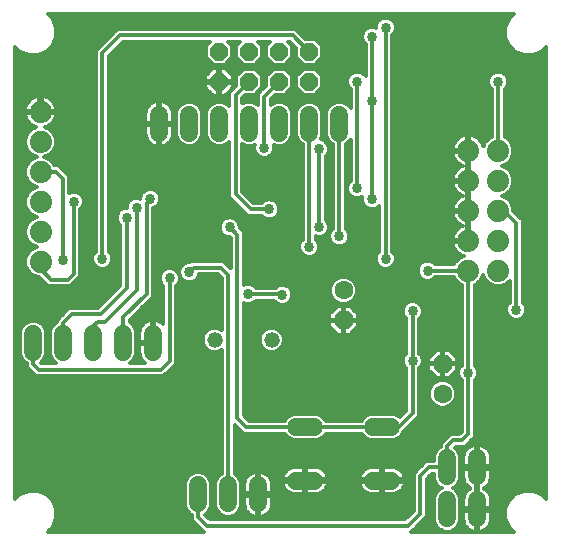
<source format=gbl>
G75*
%MOIN*%
%OFA0B0*%
%FSLAX25Y25*%
%IPPOS*%
%LPD*%
%AMOC8*
5,1,8,0,0,1.08239X$1,22.5*
%
%ADD10C,0.05200*%
%ADD11C,0.06000*%
%ADD12C,0.07400*%
%ADD13OC8,0.06300*%
%ADD14C,0.06300*%
%ADD15OC8,0.06000*%
%ADD16C,0.01200*%
%ADD17C,0.03378*%
D10*
X0081978Y0071367D03*
X0100978Y0071367D03*
D11*
X0109178Y0042267D02*
X0115178Y0042267D01*
X0115178Y0024467D02*
X0109178Y0024467D01*
X0096478Y0022867D02*
X0096478Y0016867D01*
X0086478Y0016867D02*
X0086478Y0022867D01*
X0076478Y0022867D02*
X0076478Y0016867D01*
X0061478Y0067367D02*
X0061478Y0073367D01*
X0051478Y0073367D02*
X0051478Y0067367D01*
X0041478Y0067367D02*
X0041478Y0073367D01*
X0031478Y0073367D02*
X0031478Y0067367D01*
X0021478Y0067367D02*
X0021478Y0073367D01*
X0063478Y0140367D02*
X0063478Y0146367D01*
X0073478Y0146367D02*
X0073478Y0140367D01*
X0083478Y0140367D02*
X0083478Y0146367D01*
X0093478Y0146367D02*
X0093478Y0140367D01*
X0103478Y0140367D02*
X0103478Y0146367D01*
X0113478Y0146367D02*
X0113478Y0140367D01*
X0123478Y0140367D02*
X0123478Y0146367D01*
X0134778Y0042267D02*
X0140778Y0042267D01*
X0140778Y0024467D02*
X0134778Y0024467D01*
X0159478Y0025867D02*
X0159478Y0031867D01*
X0169478Y0031867D02*
X0169478Y0025867D01*
X0169478Y0017867D02*
X0169478Y0011867D01*
X0159478Y0011867D02*
X0159478Y0017867D01*
D12*
X0166478Y0094367D03*
X0166478Y0104367D03*
X0176478Y0104367D03*
X0176478Y0094367D03*
X0176478Y0114367D03*
X0166478Y0114367D03*
X0166478Y0124367D03*
X0176478Y0124367D03*
X0176478Y0134367D03*
X0166478Y0134367D03*
X0023978Y0137367D03*
X0023978Y0127367D03*
X0023978Y0117367D03*
X0023978Y0107367D03*
X0023978Y0097367D03*
X0023978Y0147367D03*
D13*
X0124978Y0077867D03*
X0157978Y0063367D03*
D14*
X0157978Y0053367D03*
X0124978Y0087867D03*
D15*
X0113478Y0157367D03*
X0103478Y0157367D03*
X0093478Y0157367D03*
X0083478Y0157367D03*
X0083478Y0167367D03*
X0093478Y0167367D03*
X0103478Y0167367D03*
X0113478Y0167367D03*
D16*
X0015478Y0168978D02*
X0015478Y0018255D01*
X0017117Y0019894D01*
X0019947Y0021066D01*
X0023010Y0021066D01*
X0025840Y0019894D01*
X0028006Y0017728D01*
X0029178Y0014898D01*
X0029178Y0011835D01*
X0028006Y0009005D01*
X0026267Y0007267D01*
X0078467Y0007267D01*
X0075567Y0010167D01*
X0074278Y0011455D01*
X0074278Y0013015D01*
X0073986Y0013137D01*
X0072748Y0014374D01*
X0072078Y0015991D01*
X0072078Y0023742D01*
X0072748Y0025359D01*
X0073986Y0026597D01*
X0075603Y0027267D01*
X0077354Y0027267D01*
X0078971Y0026597D01*
X0080209Y0025359D01*
X0080878Y0023742D01*
X0080878Y0015991D01*
X0080209Y0014374D01*
X0078971Y0013137D01*
X0078864Y0013092D01*
X0080390Y0011567D01*
X0145567Y0011567D01*
X0148278Y0014278D01*
X0148278Y0026778D01*
X0149567Y0028067D01*
X0152567Y0031067D01*
X0155078Y0031067D01*
X0155078Y0032742D01*
X0155748Y0034359D01*
X0156986Y0035597D01*
X0157278Y0035718D01*
X0157278Y0036778D01*
X0159278Y0038778D01*
X0160567Y0040067D01*
X0163567Y0040067D01*
X0164278Y0040778D01*
X0164278Y0057915D01*
X0163690Y0058504D01*
X0163189Y0059712D01*
X0163189Y0061021D01*
X0163690Y0062230D01*
X0164278Y0062818D01*
X0164278Y0089758D01*
X0163590Y0090043D01*
X0162155Y0091478D01*
X0161870Y0092167D01*
X0155430Y0092167D01*
X0154842Y0091578D01*
X0153633Y0091078D01*
X0152324Y0091078D01*
X0151115Y0091578D01*
X0150190Y0092504D01*
X0149689Y0093712D01*
X0149689Y0095021D01*
X0150190Y0096230D01*
X0151115Y0097155D01*
X0152324Y0097656D01*
X0153633Y0097656D01*
X0154842Y0097155D01*
X0155430Y0096567D01*
X0161870Y0096567D01*
X0162155Y0097256D01*
X0163590Y0098690D01*
X0165000Y0099274D01*
X0164444Y0099455D01*
X0163701Y0099834D01*
X0163026Y0100324D01*
X0162436Y0100914D01*
X0161945Y0101589D01*
X0161567Y0102332D01*
X0161309Y0103126D01*
X0161178Y0103950D01*
X0161178Y0103967D01*
X0166078Y0103967D01*
X0166078Y0104767D01*
X0166078Y0113967D01*
X0161178Y0113967D01*
X0161178Y0113950D01*
X0161309Y0113126D01*
X0161567Y0112332D01*
X0161945Y0111589D01*
X0162436Y0110914D01*
X0163026Y0110324D01*
X0163701Y0109834D01*
X0164444Y0109455D01*
X0164716Y0109367D01*
X0164444Y0109278D01*
X0163701Y0108900D01*
X0163026Y0108409D01*
X0162436Y0107819D01*
X0161945Y0107144D01*
X0161567Y0106401D01*
X0161309Y0105608D01*
X0161178Y0104784D01*
X0161178Y0104767D01*
X0166078Y0104767D01*
X0166878Y0104767D01*
X0166878Y0109667D01*
X0166878Y0113967D01*
X0166078Y0113967D01*
X0166078Y0114767D01*
X0166078Y0123967D01*
X0161178Y0123967D01*
X0161178Y0123950D01*
X0161309Y0123126D01*
X0161567Y0122332D01*
X0161945Y0121589D01*
X0162436Y0120914D01*
X0163026Y0120324D01*
X0163701Y0119834D01*
X0164444Y0119455D01*
X0164716Y0119367D01*
X0164444Y0119278D01*
X0163701Y0118900D01*
X0163026Y0118409D01*
X0162436Y0117819D01*
X0161945Y0117144D01*
X0161567Y0116401D01*
X0161309Y0115608D01*
X0161178Y0114784D01*
X0161178Y0114767D01*
X0166078Y0114767D01*
X0166878Y0114767D01*
X0166878Y0119067D01*
X0166878Y0123967D01*
X0166078Y0123967D01*
X0166078Y0124767D01*
X0166078Y0133967D01*
X0161178Y0133967D01*
X0161178Y0133950D01*
X0161309Y0133126D01*
X0161567Y0132332D01*
X0161945Y0131589D01*
X0162436Y0130914D01*
X0163026Y0130324D01*
X0163701Y0129834D01*
X0164444Y0129455D01*
X0164716Y0129367D01*
X0164444Y0129278D01*
X0163701Y0128900D01*
X0163026Y0128409D01*
X0162436Y0127819D01*
X0161945Y0127144D01*
X0161567Y0126401D01*
X0161309Y0125608D01*
X0161178Y0124784D01*
X0161178Y0124767D01*
X0166078Y0124767D01*
X0166878Y0124767D01*
X0166878Y0129067D01*
X0166878Y0133967D01*
X0166078Y0133967D01*
X0166078Y0134767D01*
X0161178Y0134767D01*
X0161178Y0134784D01*
X0161309Y0135608D01*
X0161567Y0136401D01*
X0161945Y0137144D01*
X0162436Y0137819D01*
X0163026Y0138409D01*
X0163701Y0138900D01*
X0164444Y0139278D01*
X0165237Y0139536D01*
X0166061Y0139667D01*
X0166078Y0139667D01*
X0166078Y0134767D01*
X0166878Y0134767D01*
X0166878Y0139667D01*
X0166896Y0139667D01*
X0167720Y0139536D01*
X0168513Y0139278D01*
X0169256Y0138900D01*
X0169931Y0138409D01*
X0170521Y0137819D01*
X0171011Y0137144D01*
X0171390Y0136401D01*
X0171571Y0135845D01*
X0172155Y0137256D01*
X0173590Y0138690D01*
X0174278Y0138976D01*
X0174278Y0154915D01*
X0173690Y0155504D01*
X0173189Y0156712D01*
X0173189Y0158021D01*
X0173690Y0159230D01*
X0174615Y0160155D01*
X0175824Y0160656D01*
X0177133Y0160656D01*
X0178342Y0160155D01*
X0179267Y0159230D01*
X0179767Y0158021D01*
X0179767Y0156712D01*
X0179267Y0155504D01*
X0178678Y0154915D01*
X0178678Y0138976D01*
X0179367Y0138690D01*
X0180802Y0137256D01*
X0181578Y0135381D01*
X0181578Y0133352D01*
X0180802Y0131478D01*
X0179367Y0130043D01*
X0177734Y0129367D01*
X0179367Y0128690D01*
X0180802Y0127256D01*
X0181578Y0125381D01*
X0181578Y0123352D01*
X0180802Y0121478D01*
X0179367Y0120043D01*
X0177734Y0119367D01*
X0179367Y0118690D01*
X0180802Y0117256D01*
X0181578Y0115381D01*
X0181578Y0114378D01*
X0184678Y0111278D01*
X0184678Y0083818D01*
X0185267Y0083230D01*
X0185767Y0082021D01*
X0185767Y0080712D01*
X0185267Y0079504D01*
X0184342Y0078578D01*
X0183133Y0078078D01*
X0181824Y0078078D01*
X0180615Y0078578D01*
X0179690Y0079504D01*
X0179189Y0080712D01*
X0179189Y0082021D01*
X0179690Y0083230D01*
X0180278Y0083818D01*
X0180278Y0090954D01*
X0179367Y0090043D01*
X0177493Y0089267D01*
X0175464Y0089267D01*
X0173590Y0090043D01*
X0172155Y0091478D01*
X0171478Y0093111D01*
X0170802Y0091478D01*
X0169367Y0090043D01*
X0168678Y0089758D01*
X0168678Y0062818D01*
X0169267Y0062230D01*
X0169767Y0061021D01*
X0169767Y0059712D01*
X0169267Y0058504D01*
X0168678Y0057915D01*
X0168678Y0038955D01*
X0167390Y0037667D01*
X0166678Y0036955D01*
X0165390Y0035667D01*
X0162390Y0035667D01*
X0162145Y0035422D01*
X0163209Y0034359D01*
X0163878Y0032742D01*
X0163878Y0024991D01*
X0163209Y0023374D01*
X0161971Y0022137D01*
X0161319Y0021867D01*
X0161971Y0021597D01*
X0163209Y0020359D01*
X0163878Y0018742D01*
X0163878Y0010991D01*
X0163209Y0009374D01*
X0161971Y0008137D01*
X0160354Y0007467D01*
X0158603Y0007467D01*
X0156986Y0008137D01*
X0155748Y0009374D01*
X0155078Y0010991D01*
X0155078Y0018742D01*
X0155748Y0020359D01*
X0156986Y0021597D01*
X0157638Y0021867D01*
X0156986Y0022137D01*
X0155748Y0023374D01*
X0155078Y0024991D01*
X0155078Y0026667D01*
X0154390Y0026667D01*
X0152678Y0024955D01*
X0152678Y0012455D01*
X0151390Y0011167D01*
X0151390Y0011167D01*
X0148678Y0008455D01*
X0148678Y0008455D01*
X0147490Y0007267D01*
X0181690Y0007267D01*
X0179951Y0009005D01*
X0178779Y0011835D01*
X0178779Y0014898D01*
X0179951Y0017728D01*
X0182117Y0019894D01*
X0184947Y0021066D01*
X0188010Y0021066D01*
X0190840Y0019894D01*
X0192478Y0018255D01*
X0192478Y0168978D01*
X0190840Y0167340D01*
X0188010Y0166167D01*
X0184947Y0166167D01*
X0182117Y0167340D01*
X0179951Y0169505D01*
X0178779Y0172335D01*
X0178779Y0175398D01*
X0179951Y0178228D01*
X0181590Y0179867D01*
X0026367Y0179867D01*
X0028006Y0178228D01*
X0029178Y0175398D01*
X0029178Y0172335D01*
X0028006Y0169505D01*
X0025840Y0167340D01*
X0023010Y0166167D01*
X0019947Y0166167D01*
X0017117Y0167340D01*
X0015478Y0168978D01*
X0015478Y0168467D02*
X0015990Y0168467D01*
X0015478Y0167269D02*
X0017288Y0167269D01*
X0015478Y0166070D02*
X0042278Y0166070D01*
X0042278Y0164872D02*
X0015478Y0164872D01*
X0015478Y0163673D02*
X0042278Y0163673D01*
X0042278Y0162475D02*
X0015478Y0162475D01*
X0015478Y0161276D02*
X0042278Y0161276D01*
X0042278Y0160078D02*
X0015478Y0160078D01*
X0015478Y0158879D02*
X0042278Y0158879D01*
X0042278Y0157681D02*
X0015478Y0157681D01*
X0015478Y0156482D02*
X0042278Y0156482D01*
X0042278Y0155284D02*
X0015478Y0155284D01*
X0015478Y0154085D02*
X0042278Y0154085D01*
X0042278Y0152887D02*
X0015478Y0152887D01*
X0015478Y0151688D02*
X0020909Y0151688D01*
X0021201Y0151900D02*
X0020526Y0151409D01*
X0019936Y0150819D01*
X0019445Y0150144D01*
X0019067Y0149401D01*
X0018809Y0148608D01*
X0018678Y0147784D01*
X0018678Y0147767D01*
X0023578Y0147767D01*
X0023578Y0146967D01*
X0018678Y0146967D01*
X0018678Y0146950D01*
X0018809Y0146126D01*
X0019067Y0145332D01*
X0019445Y0144589D01*
X0019936Y0143914D01*
X0020526Y0143324D01*
X0021201Y0142834D01*
X0021944Y0142455D01*
X0022500Y0142274D01*
X0021090Y0141690D01*
X0019655Y0140256D01*
X0018878Y0138381D01*
X0018878Y0136352D01*
X0019655Y0134478D01*
X0021090Y0133043D01*
X0022723Y0132367D01*
X0021090Y0131690D01*
X0019655Y0130256D01*
X0018878Y0128381D01*
X0018878Y0126352D01*
X0019655Y0124478D01*
X0021090Y0123043D01*
X0022723Y0122367D01*
X0021090Y0121690D01*
X0019655Y0120256D01*
X0018878Y0118381D01*
X0018878Y0116352D01*
X0019655Y0114478D01*
X0021090Y0113043D01*
X0022723Y0112367D01*
X0021090Y0111690D01*
X0019655Y0110256D01*
X0018878Y0108381D01*
X0018878Y0106352D01*
X0019655Y0104478D01*
X0021090Y0103043D01*
X0022723Y0102367D01*
X0021090Y0101690D01*
X0019655Y0100256D01*
X0018878Y0098381D01*
X0018878Y0096352D01*
X0019655Y0094478D01*
X0021090Y0093043D01*
X0022964Y0092267D01*
X0023467Y0092267D01*
X0025278Y0090455D01*
X0026567Y0089167D01*
X0033890Y0089167D01*
X0035890Y0091167D01*
X0037178Y0092455D01*
X0037178Y0114837D01*
X0037845Y0115504D01*
X0038345Y0116712D01*
X0038345Y0118021D01*
X0037845Y0119230D01*
X0036919Y0120155D01*
X0035711Y0120656D01*
X0034402Y0120656D01*
X0033467Y0120268D01*
X0033467Y0125989D01*
X0032179Y0127278D01*
X0029890Y0129567D01*
X0028587Y0129567D01*
X0028302Y0130256D01*
X0026867Y0131690D01*
X0025234Y0132367D01*
X0026867Y0133043D01*
X0028302Y0134478D01*
X0029078Y0136352D01*
X0029078Y0138381D01*
X0028302Y0140256D01*
X0026867Y0141690D01*
X0025457Y0142274D01*
X0026013Y0142455D01*
X0026756Y0142834D01*
X0027431Y0143324D01*
X0028021Y0143914D01*
X0028511Y0144589D01*
X0028890Y0145332D01*
X0029148Y0146126D01*
X0029278Y0146950D01*
X0029278Y0146967D01*
X0024379Y0146967D01*
X0024379Y0147767D01*
X0029278Y0147767D01*
X0029278Y0147784D01*
X0029148Y0148608D01*
X0028890Y0149401D01*
X0028511Y0150144D01*
X0028021Y0150819D01*
X0027431Y0151409D01*
X0026756Y0151900D01*
X0026013Y0152278D01*
X0025220Y0152536D01*
X0024396Y0152667D01*
X0024378Y0152667D01*
X0024378Y0147767D01*
X0023578Y0147767D01*
X0023578Y0152667D01*
X0023561Y0152667D01*
X0022737Y0152536D01*
X0021944Y0152278D01*
X0021201Y0151900D01*
X0019696Y0150490D02*
X0015478Y0150490D01*
X0015478Y0149291D02*
X0019031Y0149291D01*
X0018727Y0148092D02*
X0015478Y0148092D01*
X0015478Y0146894D02*
X0018687Y0146894D01*
X0018949Y0145695D02*
X0015478Y0145695D01*
X0015478Y0144497D02*
X0019512Y0144497D01*
X0020561Y0143298D02*
X0015478Y0143298D01*
X0015478Y0142100D02*
X0022079Y0142100D01*
X0020301Y0140901D02*
X0015478Y0140901D01*
X0015478Y0139703D02*
X0019426Y0139703D01*
X0018930Y0138504D02*
X0015478Y0138504D01*
X0015478Y0137306D02*
X0018878Y0137306D01*
X0018980Y0136107D02*
X0015478Y0136107D01*
X0015478Y0134909D02*
X0019476Y0134909D01*
X0020422Y0133710D02*
X0015478Y0133710D01*
X0015478Y0132512D02*
X0022372Y0132512D01*
X0020713Y0131313D02*
X0015478Y0131313D01*
X0015478Y0130115D02*
X0019597Y0130115D01*
X0019100Y0128916D02*
X0015478Y0128916D01*
X0015478Y0127718D02*
X0018878Y0127718D01*
X0018878Y0126519D02*
X0015478Y0126519D01*
X0015478Y0125321D02*
X0019306Y0125321D01*
X0020010Y0124122D02*
X0015478Y0124122D01*
X0015478Y0122924D02*
X0021378Y0122924D01*
X0021174Y0121725D02*
X0015478Y0121725D01*
X0015478Y0120527D02*
X0019926Y0120527D01*
X0019271Y0119328D02*
X0015478Y0119328D01*
X0015478Y0118130D02*
X0018878Y0118130D01*
X0018878Y0116931D02*
X0015478Y0116931D01*
X0015478Y0115733D02*
X0019135Y0115733D01*
X0019632Y0114534D02*
X0015478Y0114534D01*
X0015478Y0113336D02*
X0020797Y0113336D01*
X0022169Y0112137D02*
X0015478Y0112137D01*
X0015478Y0110939D02*
X0020338Y0110939D01*
X0019441Y0109740D02*
X0015478Y0109740D01*
X0015478Y0108542D02*
X0018945Y0108542D01*
X0018878Y0107343D02*
X0015478Y0107343D01*
X0015478Y0106145D02*
X0018964Y0106145D01*
X0019461Y0104946D02*
X0015478Y0104946D01*
X0015478Y0103748D02*
X0020385Y0103748D01*
X0022282Y0102549D02*
X0015478Y0102549D01*
X0015478Y0101351D02*
X0020750Y0101351D01*
X0019612Y0100152D02*
X0015478Y0100152D01*
X0015478Y0098954D02*
X0019116Y0098954D01*
X0018878Y0097755D02*
X0015478Y0097755D01*
X0015478Y0096556D02*
X0018878Y0096556D01*
X0019290Y0095358D02*
X0015478Y0095358D01*
X0015478Y0094159D02*
X0019973Y0094159D01*
X0021288Y0092961D02*
X0015478Y0092961D01*
X0015478Y0091762D02*
X0023971Y0091762D01*
X0025170Y0090564D02*
X0015478Y0090564D01*
X0015478Y0089365D02*
X0026368Y0089365D01*
X0027478Y0091367D02*
X0032978Y0091367D01*
X0034978Y0093367D01*
X0034978Y0109367D01*
X0034978Y0110445D01*
X0034978Y0117289D01*
X0035056Y0117367D01*
X0034091Y0120527D02*
X0033467Y0120527D01*
X0033467Y0121725D02*
X0042278Y0121725D01*
X0042278Y0120527D02*
X0036022Y0120527D01*
X0037746Y0119328D02*
X0042278Y0119328D01*
X0042278Y0118130D02*
X0038300Y0118130D01*
X0038345Y0116931D02*
X0042278Y0116931D01*
X0042278Y0115733D02*
X0037940Y0115733D01*
X0037178Y0114534D02*
X0042278Y0114534D01*
X0042278Y0113336D02*
X0037178Y0113336D01*
X0037178Y0112137D02*
X0042278Y0112137D01*
X0042278Y0110939D02*
X0037178Y0110939D01*
X0037178Y0109740D02*
X0042278Y0109740D01*
X0042278Y0108542D02*
X0037178Y0108542D01*
X0037178Y0107343D02*
X0042278Y0107343D01*
X0042278Y0106145D02*
X0037178Y0106145D01*
X0037178Y0104946D02*
X0042278Y0104946D01*
X0042278Y0103748D02*
X0037178Y0103748D01*
X0037178Y0102549D02*
X0042278Y0102549D01*
X0042278Y0101351D02*
X0037178Y0101351D01*
X0037178Y0100152D02*
X0041658Y0100152D01*
X0041690Y0100230D02*
X0041189Y0099021D01*
X0041189Y0097712D01*
X0041690Y0096504D01*
X0042615Y0095578D01*
X0043824Y0095078D01*
X0045133Y0095078D01*
X0046342Y0095578D01*
X0047267Y0096504D01*
X0047767Y0097712D01*
X0047767Y0099021D01*
X0047267Y0100230D01*
X0046678Y0100818D01*
X0046678Y0165955D01*
X0051390Y0170667D01*
X0080556Y0170667D01*
X0079078Y0169189D01*
X0079078Y0165544D01*
X0081656Y0162967D01*
X0085301Y0162967D01*
X0087878Y0165544D01*
X0087878Y0169189D01*
X0086401Y0170667D01*
X0090556Y0170667D01*
X0089078Y0169189D01*
X0089078Y0165544D01*
X0091656Y0162967D01*
X0095301Y0162967D01*
X0097878Y0165544D01*
X0097878Y0169189D01*
X0096401Y0170667D01*
X0100556Y0170667D01*
X0099078Y0169189D01*
X0099078Y0165544D01*
X0101656Y0162967D01*
X0105301Y0162967D01*
X0107878Y0165544D01*
X0107878Y0169189D01*
X0106401Y0170667D01*
X0107067Y0170667D01*
X0109078Y0168655D01*
X0109078Y0165544D01*
X0111656Y0162967D01*
X0115301Y0162967D01*
X0117878Y0165544D01*
X0117878Y0169189D01*
X0115301Y0171767D01*
X0112190Y0171767D01*
X0110178Y0173778D01*
X0108890Y0175067D01*
X0049567Y0175067D01*
X0042278Y0167778D01*
X0042278Y0100818D01*
X0041690Y0100230D01*
X0041189Y0098954D02*
X0037178Y0098954D01*
X0037178Y0097755D02*
X0041189Y0097755D01*
X0041668Y0096556D02*
X0037178Y0096556D01*
X0037178Y0095358D02*
X0043148Y0095358D01*
X0044478Y0098367D02*
X0044478Y0166867D01*
X0050478Y0172867D01*
X0107978Y0172867D01*
X0113478Y0167367D01*
X0109078Y0167269D02*
X0107878Y0167269D01*
X0107878Y0168467D02*
X0109078Y0168467D01*
X0108068Y0169666D02*
X0107402Y0169666D01*
X0107878Y0166070D02*
X0109078Y0166070D01*
X0109751Y0164872D02*
X0107206Y0164872D01*
X0106007Y0163673D02*
X0110949Y0163673D01*
X0111656Y0161767D02*
X0109078Y0159189D01*
X0109078Y0155544D01*
X0111656Y0152967D01*
X0115301Y0152967D01*
X0117878Y0155544D01*
X0117878Y0159189D01*
X0115301Y0161767D01*
X0111656Y0161767D01*
X0111165Y0161276D02*
X0105792Y0161276D01*
X0105301Y0161767D02*
X0101656Y0161767D01*
X0099078Y0159189D01*
X0099078Y0156078D01*
X0097567Y0154567D01*
X0096278Y0153278D01*
X0096278Y0149789D01*
X0095971Y0150097D01*
X0094354Y0150767D01*
X0092603Y0150767D01*
X0091178Y0150176D01*
X0091178Y0151955D01*
X0092190Y0152967D01*
X0095301Y0152967D01*
X0097878Y0155544D01*
X0097878Y0159189D01*
X0095301Y0161767D01*
X0091656Y0161767D01*
X0089078Y0159189D01*
X0089078Y0156078D01*
X0088067Y0155067D01*
X0086778Y0153778D01*
X0086778Y0149289D01*
X0085971Y0150097D01*
X0084354Y0150767D01*
X0082603Y0150767D01*
X0080986Y0150097D01*
X0079748Y0148859D01*
X0079078Y0147242D01*
X0079078Y0139491D01*
X0079748Y0137874D01*
X0080986Y0136637D01*
X0082603Y0135967D01*
X0084354Y0135967D01*
X0085971Y0136637D01*
X0086778Y0137444D01*
X0086778Y0118955D01*
X0088067Y0117667D01*
X0093067Y0112667D01*
X0097716Y0112667D01*
X0098304Y0112078D01*
X0099513Y0111578D01*
X0100822Y0111578D01*
X0102030Y0112078D01*
X0102956Y0113004D01*
X0103456Y0114212D01*
X0103456Y0115521D01*
X0102956Y0116730D01*
X0102030Y0117655D01*
X0100822Y0118156D01*
X0099513Y0118156D01*
X0098304Y0117655D01*
X0097716Y0117067D01*
X0094890Y0117067D01*
X0091178Y0120778D01*
X0091178Y0136557D01*
X0092603Y0135967D01*
X0094354Y0135967D01*
X0095335Y0136373D01*
X0095189Y0136021D01*
X0095189Y0134712D01*
X0095690Y0133504D01*
X0096615Y0132578D01*
X0097824Y0132078D01*
X0099133Y0132078D01*
X0100342Y0132578D01*
X0101267Y0133504D01*
X0101767Y0134712D01*
X0101767Y0136021D01*
X0101621Y0136373D01*
X0102603Y0135967D01*
X0104354Y0135967D01*
X0105971Y0136637D01*
X0107209Y0137874D01*
X0107878Y0139491D01*
X0107878Y0147242D01*
X0107209Y0148859D01*
X0105971Y0150097D01*
X0104354Y0150767D01*
X0102603Y0150767D01*
X0100986Y0150097D01*
X0100678Y0149789D01*
X0100678Y0151455D01*
X0102190Y0152967D01*
X0105301Y0152967D01*
X0107878Y0155544D01*
X0107878Y0159189D01*
X0105301Y0161767D01*
X0106990Y0160078D02*
X0109967Y0160078D01*
X0109078Y0158879D02*
X0107878Y0158879D01*
X0107878Y0157681D02*
X0109078Y0157681D01*
X0109078Y0156482D02*
X0107878Y0156482D01*
X0107618Y0155284D02*
X0109339Y0155284D01*
X0110538Y0154085D02*
X0106419Y0154085D01*
X0105023Y0150490D02*
X0111934Y0150490D01*
X0112603Y0150767D02*
X0110986Y0150097D01*
X0109748Y0148859D01*
X0109078Y0147242D01*
X0109078Y0139491D01*
X0109748Y0137874D01*
X0110986Y0136637D01*
X0111278Y0136515D01*
X0111278Y0104818D01*
X0110690Y0104230D01*
X0110189Y0103021D01*
X0110189Y0101712D01*
X0110690Y0100504D01*
X0111615Y0099578D01*
X0112824Y0099078D01*
X0114133Y0099078D01*
X0115342Y0099578D01*
X0116267Y0100504D01*
X0116767Y0101712D01*
X0116767Y0103021D01*
X0116267Y0104230D01*
X0115678Y0104818D01*
X0115678Y0105847D01*
X0116113Y0105667D01*
X0117422Y0105667D01*
X0118630Y0106167D01*
X0119556Y0107093D01*
X0120056Y0108301D01*
X0120056Y0109610D01*
X0119556Y0110819D01*
X0118967Y0111407D01*
X0118967Y0132415D01*
X0119556Y0133004D01*
X0120056Y0134212D01*
X0120056Y0135521D01*
X0119556Y0136730D01*
X0118630Y0137655D01*
X0117422Y0138156D01*
X0117325Y0138156D01*
X0117878Y0139491D01*
X0117878Y0147242D01*
X0117209Y0148859D01*
X0115971Y0150097D01*
X0114354Y0150767D01*
X0112603Y0150767D01*
X0115023Y0150490D02*
X0121934Y0150490D01*
X0122603Y0150767D02*
X0120986Y0150097D01*
X0119748Y0148859D01*
X0119078Y0147242D01*
X0119078Y0139491D01*
X0119748Y0137874D01*
X0120986Y0136637D01*
X0121278Y0136515D01*
X0121278Y0108318D01*
X0120690Y0107730D01*
X0120189Y0106521D01*
X0120189Y0105212D01*
X0120690Y0104004D01*
X0121615Y0103078D01*
X0122824Y0102578D01*
X0124133Y0102578D01*
X0125342Y0103078D01*
X0126267Y0104004D01*
X0126767Y0105212D01*
X0126767Y0106521D01*
X0126267Y0107730D01*
X0125678Y0108318D01*
X0125678Y0136515D01*
X0125971Y0136637D01*
X0127209Y0137874D01*
X0127278Y0138043D01*
X0127278Y0124318D01*
X0126690Y0123730D01*
X0126189Y0122521D01*
X0126189Y0121212D01*
X0126690Y0120004D01*
X0127615Y0119078D01*
X0128824Y0118578D01*
X0130133Y0118578D01*
X0131237Y0119035D01*
X0131189Y0118921D01*
X0131189Y0117612D01*
X0131690Y0116404D01*
X0132615Y0115478D01*
X0133824Y0114978D01*
X0135133Y0114978D01*
X0136342Y0115478D01*
X0136778Y0115915D01*
X0136778Y0100818D01*
X0136190Y0100230D01*
X0135689Y0099021D01*
X0135689Y0097712D01*
X0136190Y0096504D01*
X0137115Y0095578D01*
X0138324Y0095078D01*
X0139633Y0095078D01*
X0140842Y0095578D01*
X0141767Y0096504D01*
X0142267Y0097712D01*
X0142267Y0099021D01*
X0141767Y0100230D01*
X0141178Y0100818D01*
X0141178Y0172915D01*
X0141767Y0173504D01*
X0142267Y0174712D01*
X0142267Y0176021D01*
X0141767Y0177230D01*
X0140842Y0178155D01*
X0139633Y0178656D01*
X0138324Y0178656D01*
X0137115Y0178155D01*
X0136190Y0177230D01*
X0135689Y0176021D01*
X0135689Y0175425D01*
X0135133Y0175656D01*
X0133824Y0175656D01*
X0132615Y0175155D01*
X0131690Y0174230D01*
X0131189Y0173021D01*
X0131189Y0171712D01*
X0131690Y0170504D01*
X0132278Y0169915D01*
X0132278Y0159201D01*
X0132267Y0159230D01*
X0131342Y0160155D01*
X0130133Y0160656D01*
X0128824Y0160656D01*
X0127615Y0160155D01*
X0126690Y0159230D01*
X0126189Y0158021D01*
X0126189Y0156712D01*
X0126690Y0155504D01*
X0127278Y0154915D01*
X0127278Y0148690D01*
X0127209Y0148859D01*
X0125971Y0150097D01*
X0124354Y0150767D01*
X0122603Y0150767D01*
X0125023Y0150490D02*
X0127278Y0150490D01*
X0127278Y0151688D02*
X0100911Y0151688D01*
X0100678Y0150490D02*
X0101934Y0150490D01*
X0102110Y0152887D02*
X0127278Y0152887D01*
X0127278Y0154085D02*
X0116419Y0154085D01*
X0117618Y0155284D02*
X0126910Y0155284D01*
X0126285Y0156482D02*
X0117878Y0156482D01*
X0117878Y0157681D02*
X0126189Y0157681D01*
X0126545Y0158879D02*
X0117878Y0158879D01*
X0116990Y0160078D02*
X0127538Y0160078D01*
X0129478Y0157367D02*
X0129478Y0121867D01*
X0129478Y0121367D01*
X0127366Y0119328D02*
X0125678Y0119328D01*
X0125678Y0118130D02*
X0131189Y0118130D01*
X0131472Y0116931D02*
X0125678Y0116931D01*
X0125678Y0115733D02*
X0132361Y0115733D01*
X0134478Y0118267D02*
X0134478Y0150867D01*
X0134478Y0172367D01*
X0131920Y0174460D02*
X0109497Y0174460D01*
X0110695Y0173261D02*
X0131289Y0173261D01*
X0131189Y0172063D02*
X0111894Y0172063D01*
X0116203Y0170864D02*
X0131541Y0170864D01*
X0132278Y0169666D02*
X0117402Y0169666D01*
X0117878Y0168467D02*
X0132278Y0168467D01*
X0132278Y0167269D02*
X0117878Y0167269D01*
X0117878Y0166070D02*
X0132278Y0166070D01*
X0132278Y0164872D02*
X0117206Y0164872D01*
X0116007Y0163673D02*
X0132278Y0163673D01*
X0132278Y0162475D02*
X0046678Y0162475D01*
X0046678Y0163673D02*
X0080949Y0163673D01*
X0079751Y0164872D02*
X0046678Y0164872D01*
X0046793Y0166070D02*
X0079078Y0166070D01*
X0079078Y0167269D02*
X0047992Y0167269D01*
X0049190Y0168467D02*
X0079078Y0168467D01*
X0079555Y0169666D02*
X0050389Y0169666D01*
X0047762Y0173261D02*
X0029178Y0173261D01*
X0029178Y0174460D02*
X0048960Y0174460D01*
X0046563Y0172063D02*
X0029065Y0172063D01*
X0028568Y0170864D02*
X0045365Y0170864D01*
X0044166Y0169666D02*
X0028072Y0169666D01*
X0026967Y0168467D02*
X0042968Y0168467D01*
X0042278Y0167269D02*
X0025668Y0167269D01*
X0029070Y0175658D02*
X0135689Y0175658D01*
X0136036Y0176857D02*
X0028573Y0176857D01*
X0028077Y0178055D02*
X0137016Y0178055D01*
X0138978Y0175367D02*
X0138978Y0098367D01*
X0137648Y0095358D02*
X0091678Y0095358D01*
X0091678Y0096556D02*
X0136168Y0096556D01*
X0135689Y0097755D02*
X0091678Y0097755D01*
X0091678Y0098954D02*
X0135689Y0098954D01*
X0136158Y0100152D02*
X0115915Y0100152D01*
X0116618Y0101351D02*
X0136778Y0101351D01*
X0136778Y0102549D02*
X0116767Y0102549D01*
X0116466Y0103748D02*
X0120946Y0103748D01*
X0120300Y0104946D02*
X0115678Y0104946D01*
X0118575Y0106145D02*
X0120189Y0106145D01*
X0120530Y0107343D02*
X0119659Y0107343D01*
X0120056Y0108542D02*
X0121278Y0108542D01*
X0121278Y0109740D02*
X0120002Y0109740D01*
X0119436Y0110939D02*
X0121278Y0110939D01*
X0121278Y0112137D02*
X0118967Y0112137D01*
X0118967Y0113336D02*
X0121278Y0113336D01*
X0121278Y0114534D02*
X0118967Y0114534D01*
X0118967Y0115733D02*
X0121278Y0115733D01*
X0121278Y0116931D02*
X0118967Y0116931D01*
X0118967Y0118130D02*
X0121278Y0118130D01*
X0121278Y0119328D02*
X0118967Y0119328D01*
X0118967Y0120527D02*
X0121278Y0120527D01*
X0121278Y0121725D02*
X0118967Y0121725D01*
X0118967Y0122924D02*
X0121278Y0122924D01*
X0121278Y0124122D02*
X0118967Y0124122D01*
X0118967Y0125321D02*
X0121278Y0125321D01*
X0121278Y0126519D02*
X0118967Y0126519D01*
X0118967Y0127718D02*
X0121278Y0127718D01*
X0121278Y0128916D02*
X0118967Y0128916D01*
X0118967Y0130115D02*
X0121278Y0130115D01*
X0121278Y0131313D02*
X0118967Y0131313D01*
X0119064Y0132512D02*
X0121278Y0132512D01*
X0121278Y0133710D02*
X0119848Y0133710D01*
X0120056Y0134909D02*
X0121278Y0134909D01*
X0121278Y0136107D02*
X0119813Y0136107D01*
X0120317Y0137306D02*
X0118980Y0137306D01*
X0119487Y0138504D02*
X0117470Y0138504D01*
X0117878Y0139703D02*
X0119078Y0139703D01*
X0119078Y0140901D02*
X0117878Y0140901D01*
X0117878Y0142100D02*
X0119078Y0142100D01*
X0119078Y0143298D02*
X0117878Y0143298D01*
X0117878Y0144497D02*
X0119078Y0144497D01*
X0119078Y0145695D02*
X0117878Y0145695D01*
X0117878Y0146894D02*
X0119078Y0146894D01*
X0119431Y0148092D02*
X0117526Y0148092D01*
X0116777Y0149291D02*
X0120180Y0149291D01*
X0126777Y0149291D02*
X0127278Y0149291D01*
X0123478Y0143367D02*
X0123478Y0105867D01*
X0126427Y0107343D02*
X0136778Y0107343D01*
X0136778Y0106145D02*
X0126767Y0106145D01*
X0126657Y0104946D02*
X0136778Y0104946D01*
X0136778Y0103748D02*
X0126011Y0103748D01*
X0125678Y0108542D02*
X0136778Y0108542D01*
X0136778Y0109740D02*
X0125678Y0109740D01*
X0125678Y0110939D02*
X0136778Y0110939D01*
X0136778Y0112137D02*
X0125678Y0112137D01*
X0125678Y0113336D02*
X0136778Y0113336D01*
X0136778Y0114534D02*
X0125678Y0114534D01*
X0125678Y0120527D02*
X0126473Y0120527D01*
X0126189Y0121725D02*
X0125678Y0121725D01*
X0125678Y0122924D02*
X0126356Y0122924D01*
X0125678Y0124122D02*
X0127083Y0124122D01*
X0127278Y0125321D02*
X0125678Y0125321D01*
X0125678Y0126519D02*
X0127278Y0126519D01*
X0127278Y0127718D02*
X0125678Y0127718D01*
X0125678Y0128916D02*
X0127278Y0128916D01*
X0127278Y0130115D02*
X0125678Y0130115D01*
X0125678Y0131313D02*
X0127278Y0131313D01*
X0127278Y0132512D02*
X0125678Y0132512D01*
X0125678Y0133710D02*
X0127278Y0133710D01*
X0127278Y0134909D02*
X0125678Y0134909D01*
X0125678Y0136107D02*
X0127278Y0136107D01*
X0127278Y0137306D02*
X0126640Y0137306D01*
X0116767Y0134867D02*
X0116767Y0108956D01*
X0111278Y0108542D02*
X0090415Y0108542D01*
X0090267Y0108689D02*
X0091678Y0107278D01*
X0091678Y0089535D01*
X0092574Y0089906D01*
X0093883Y0089906D01*
X0095092Y0089405D01*
X0095680Y0088817D01*
X0102277Y0088817D01*
X0102615Y0089155D01*
X0103824Y0089656D01*
X0105133Y0089656D01*
X0106342Y0089155D01*
X0107267Y0088230D01*
X0107767Y0087021D01*
X0107767Y0085712D01*
X0107267Y0084504D01*
X0106342Y0083578D01*
X0105133Y0083078D01*
X0103824Y0083078D01*
X0102615Y0083578D01*
X0101777Y0084417D01*
X0095680Y0084417D01*
X0095092Y0083828D01*
X0093883Y0083328D01*
X0092574Y0083328D01*
X0091678Y0083699D01*
X0091678Y0046278D01*
X0093490Y0044467D01*
X0105327Y0044467D01*
X0105448Y0044759D01*
X0106686Y0045997D01*
X0108303Y0046667D01*
X0116054Y0046667D01*
X0117671Y0045997D01*
X0118909Y0044759D01*
X0119030Y0044467D01*
X0130927Y0044467D01*
X0131048Y0044759D01*
X0132286Y0045997D01*
X0133903Y0046667D01*
X0141654Y0046667D01*
X0143271Y0045997D01*
X0143634Y0045634D01*
X0145778Y0047778D01*
X0145778Y0061915D01*
X0145190Y0062504D01*
X0144689Y0063712D01*
X0144689Y0065021D01*
X0145190Y0066230D01*
X0145778Y0066818D01*
X0145778Y0078415D01*
X0145190Y0079004D01*
X0144689Y0080212D01*
X0144689Y0081521D01*
X0145190Y0082730D01*
X0146115Y0083655D01*
X0147324Y0084156D01*
X0148633Y0084156D01*
X0149842Y0083655D01*
X0150767Y0082730D01*
X0151267Y0081521D01*
X0151267Y0080212D01*
X0150767Y0079004D01*
X0150178Y0078415D01*
X0150178Y0066818D01*
X0150767Y0066230D01*
X0151267Y0065021D01*
X0151267Y0063712D01*
X0150767Y0062504D01*
X0150178Y0061915D01*
X0150178Y0045955D01*
X0148890Y0044667D01*
X0148890Y0044667D01*
X0144870Y0040647D01*
X0144509Y0039774D01*
X0143271Y0038537D01*
X0141654Y0037867D01*
X0133903Y0037867D01*
X0132286Y0038537D01*
X0131048Y0039774D01*
X0130927Y0040067D01*
X0119030Y0040067D01*
X0118909Y0039774D01*
X0117671Y0038537D01*
X0116054Y0037867D01*
X0108303Y0037867D01*
X0106686Y0038537D01*
X0105448Y0039774D01*
X0105327Y0040067D01*
X0091667Y0040067D01*
X0090378Y0041355D01*
X0088678Y0043055D01*
X0088678Y0026718D01*
X0088971Y0026597D01*
X0090209Y0025359D01*
X0090878Y0023742D01*
X0090878Y0015991D01*
X0090209Y0014374D01*
X0088971Y0013137D01*
X0087354Y0012467D01*
X0085603Y0012467D01*
X0083986Y0013137D01*
X0082748Y0014374D01*
X0082078Y0015991D01*
X0082078Y0023742D01*
X0082748Y0025359D01*
X0083986Y0026597D01*
X0084278Y0026718D01*
X0084278Y0068010D01*
X0084244Y0067976D01*
X0082774Y0067367D01*
X0081183Y0067367D01*
X0079713Y0067976D01*
X0078587Y0069101D01*
X0077978Y0070571D01*
X0077978Y0072162D01*
X0078587Y0073632D01*
X0079713Y0074758D01*
X0081183Y0075367D01*
X0082774Y0075367D01*
X0084244Y0074758D01*
X0084278Y0074723D01*
X0084278Y0091955D01*
X0083067Y0093167D01*
X0076748Y0093167D01*
X0076267Y0092004D01*
X0075342Y0091078D01*
X0074133Y0090578D01*
X0072824Y0090578D01*
X0071615Y0091078D01*
X0070690Y0092004D01*
X0070189Y0093212D01*
X0070189Y0094521D01*
X0070690Y0095730D01*
X0071615Y0096655D01*
X0072824Y0097156D01*
X0073656Y0097156D01*
X0074067Y0097567D01*
X0084890Y0097567D01*
X0086178Y0096278D01*
X0087278Y0095178D01*
X0087278Y0105455D01*
X0087156Y0105578D01*
X0086324Y0105578D01*
X0085115Y0106078D01*
X0084190Y0107004D01*
X0083689Y0108212D01*
X0083689Y0109521D01*
X0084190Y0110730D01*
X0085115Y0111655D01*
X0086324Y0112156D01*
X0087633Y0112156D01*
X0088842Y0111655D01*
X0089767Y0110730D01*
X0090267Y0109521D01*
X0090267Y0108689D01*
X0090177Y0109740D02*
X0111278Y0109740D01*
X0111278Y0110939D02*
X0089558Y0110939D01*
X0087677Y0112137D02*
X0098246Y0112137D01*
X0100167Y0114867D02*
X0093978Y0114867D01*
X0088978Y0119867D01*
X0088978Y0152867D01*
X0093478Y0157367D01*
X0096419Y0154085D02*
X0097086Y0154085D01*
X0097618Y0155284D02*
X0098284Y0155284D01*
X0097878Y0156482D02*
X0099078Y0156482D01*
X0099078Y0157681D02*
X0097878Y0157681D01*
X0097878Y0158879D02*
X0099078Y0158879D01*
X0099967Y0160078D02*
X0096990Y0160078D01*
X0095792Y0161276D02*
X0101165Y0161276D01*
X0100949Y0163673D02*
X0096007Y0163673D01*
X0097206Y0164872D02*
X0099751Y0164872D01*
X0099078Y0166070D02*
X0097878Y0166070D01*
X0097878Y0167269D02*
X0099078Y0167269D01*
X0099078Y0168467D02*
X0097878Y0168467D01*
X0097402Y0169666D02*
X0099555Y0169666D01*
X0090949Y0163673D02*
X0086007Y0163673D01*
X0087206Y0164872D02*
X0089751Y0164872D01*
X0089078Y0166070D02*
X0087878Y0166070D01*
X0087878Y0167269D02*
X0089078Y0167269D01*
X0089078Y0168467D02*
X0087878Y0168467D01*
X0087402Y0169666D02*
X0089555Y0169666D01*
X0085384Y0161967D02*
X0083878Y0161967D01*
X0083878Y0157767D01*
X0083078Y0157767D01*
X0083078Y0156967D01*
X0078878Y0156967D01*
X0078878Y0155461D01*
X0081573Y0152767D01*
X0083078Y0152767D01*
X0083078Y0156967D01*
X0083878Y0156967D01*
X0083878Y0152767D01*
X0085384Y0152767D01*
X0088078Y0155461D01*
X0088078Y0156967D01*
X0083879Y0156967D01*
X0083879Y0157767D01*
X0088078Y0157767D01*
X0088078Y0159272D01*
X0085384Y0161967D01*
X0086074Y0161276D02*
X0091165Y0161276D01*
X0089967Y0160078D02*
X0087273Y0160078D01*
X0088078Y0158879D02*
X0089078Y0158879D01*
X0089078Y0157681D02*
X0083879Y0157681D01*
X0083078Y0157681D02*
X0046678Y0157681D01*
X0046678Y0158879D02*
X0078878Y0158879D01*
X0078878Y0159272D02*
X0078878Y0157767D01*
X0083078Y0157767D01*
X0083078Y0161967D01*
X0081573Y0161967D01*
X0078878Y0159272D01*
X0079684Y0160078D02*
X0046678Y0160078D01*
X0046678Y0161276D02*
X0080883Y0161276D01*
X0083078Y0161276D02*
X0083878Y0161276D01*
X0083878Y0160078D02*
X0083078Y0160078D01*
X0083078Y0158879D02*
X0083878Y0158879D01*
X0083878Y0156482D02*
X0083078Y0156482D01*
X0083078Y0155284D02*
X0083878Y0155284D01*
X0083878Y0154085D02*
X0083078Y0154085D01*
X0083078Y0152887D02*
X0083878Y0152887D01*
X0085504Y0152887D02*
X0086778Y0152887D01*
X0086778Y0151688D02*
X0046678Y0151688D01*
X0046678Y0150490D02*
X0061438Y0150490D01*
X0061713Y0150630D02*
X0061068Y0150301D01*
X0060482Y0149875D01*
X0059970Y0149363D01*
X0059544Y0148778D01*
X0059215Y0148132D01*
X0058992Y0147444D01*
X0058878Y0146729D01*
X0058878Y0143767D01*
X0063078Y0143767D01*
X0063078Y0142967D01*
X0058878Y0142967D01*
X0058878Y0140005D01*
X0058992Y0139289D01*
X0059215Y0138601D01*
X0059544Y0137956D01*
X0059970Y0137370D01*
X0060482Y0136858D01*
X0061068Y0136432D01*
X0061713Y0136104D01*
X0062401Y0135880D01*
X0063078Y0135773D01*
X0063078Y0142967D01*
X0063878Y0142967D01*
X0063878Y0135773D01*
X0064556Y0135880D01*
X0065244Y0136104D01*
X0065889Y0136432D01*
X0066475Y0136858D01*
X0066987Y0137370D01*
X0067413Y0137956D01*
X0067741Y0138601D01*
X0067965Y0139289D01*
X0068078Y0140005D01*
X0068078Y0142967D01*
X0063879Y0142967D01*
X0063879Y0143767D01*
X0068078Y0143767D01*
X0068078Y0146729D01*
X0067965Y0147444D01*
X0067741Y0148132D01*
X0067413Y0148778D01*
X0066987Y0149363D01*
X0066475Y0149875D01*
X0065889Y0150301D01*
X0065244Y0150630D01*
X0064556Y0150853D01*
X0063878Y0150961D01*
X0063878Y0143767D01*
X0063078Y0143767D01*
X0063078Y0150961D01*
X0062401Y0150853D01*
X0061713Y0150630D01*
X0063078Y0150490D02*
X0063878Y0150490D01*
X0063878Y0149291D02*
X0063078Y0149291D01*
X0063078Y0148092D02*
X0063878Y0148092D01*
X0063878Y0146894D02*
X0063078Y0146894D01*
X0063078Y0145695D02*
X0063878Y0145695D01*
X0063878Y0144497D02*
X0063078Y0144497D01*
X0063078Y0143298D02*
X0046678Y0143298D01*
X0046678Y0142100D02*
X0058878Y0142100D01*
X0058878Y0140901D02*
X0046678Y0140901D01*
X0046678Y0139703D02*
X0058926Y0139703D01*
X0059265Y0138504D02*
X0046678Y0138504D01*
X0046678Y0137306D02*
X0060034Y0137306D01*
X0061705Y0136107D02*
X0046678Y0136107D01*
X0046678Y0134909D02*
X0086778Y0134909D01*
X0086778Y0136107D02*
X0084693Y0136107D01*
X0086640Y0137306D02*
X0086778Y0137306D01*
X0086778Y0133710D02*
X0046678Y0133710D01*
X0046678Y0132512D02*
X0086778Y0132512D01*
X0086778Y0131313D02*
X0046678Y0131313D01*
X0046678Y0130115D02*
X0086778Y0130115D01*
X0086778Y0128916D02*
X0046678Y0128916D01*
X0046678Y0127718D02*
X0086778Y0127718D01*
X0086778Y0126519D02*
X0046678Y0126519D01*
X0046678Y0125321D02*
X0086778Y0125321D01*
X0086778Y0124122D02*
X0046678Y0124122D01*
X0046678Y0122924D02*
X0086778Y0122924D01*
X0086778Y0121725D02*
X0046678Y0121725D01*
X0046678Y0120527D02*
X0057998Y0120527D01*
X0057690Y0120219D02*
X0057189Y0119010D01*
X0057189Y0118425D01*
X0056633Y0118656D01*
X0055324Y0118656D01*
X0054115Y0118155D01*
X0053190Y0117230D01*
X0052689Y0116021D01*
X0052689Y0115345D01*
X0052009Y0115345D01*
X0050800Y0114844D01*
X0049875Y0113919D01*
X0049375Y0112710D01*
X0049375Y0111401D01*
X0049875Y0110193D01*
X0050463Y0109604D01*
X0050463Y0089463D01*
X0043067Y0082067D01*
X0033567Y0082067D01*
X0030567Y0079067D01*
X0029278Y0077778D01*
X0029278Y0077218D01*
X0028986Y0077097D01*
X0027748Y0075859D01*
X0027078Y0074242D01*
X0027078Y0066491D01*
X0027748Y0064874D01*
X0028986Y0063637D01*
X0029155Y0063567D01*
X0024390Y0063567D01*
X0024145Y0063811D01*
X0025209Y0064874D01*
X0025878Y0066491D01*
X0025878Y0074242D01*
X0025209Y0075859D01*
X0023971Y0077097D01*
X0022354Y0077767D01*
X0020603Y0077767D01*
X0018986Y0077097D01*
X0017748Y0075859D01*
X0017078Y0074242D01*
X0017078Y0066491D01*
X0017748Y0064874D01*
X0018986Y0063637D01*
X0019278Y0063515D01*
X0019278Y0062455D01*
X0021278Y0060455D01*
X0022567Y0059167D01*
X0064890Y0059167D01*
X0066178Y0060455D01*
X0066178Y0060455D01*
X0069178Y0063455D01*
X0069178Y0089415D01*
X0069767Y0090004D01*
X0070267Y0091212D01*
X0070267Y0092521D01*
X0069767Y0093730D01*
X0068842Y0094655D01*
X0067633Y0095156D01*
X0066324Y0095156D01*
X0065115Y0094655D01*
X0064190Y0093730D01*
X0063689Y0092521D01*
X0063689Y0091212D01*
X0064190Y0090004D01*
X0064778Y0089415D01*
X0064778Y0076572D01*
X0064475Y0076875D01*
X0063889Y0077301D01*
X0063244Y0077630D01*
X0062556Y0077853D01*
X0061878Y0077961D01*
X0061878Y0070767D01*
X0061078Y0070767D01*
X0061078Y0069967D01*
X0056878Y0069967D01*
X0056878Y0067005D01*
X0056992Y0066289D01*
X0057215Y0065601D01*
X0057544Y0064956D01*
X0057970Y0064370D01*
X0058482Y0063858D01*
X0058883Y0063567D01*
X0053802Y0063567D01*
X0053971Y0063637D01*
X0055209Y0064874D01*
X0055878Y0066491D01*
X0055878Y0074242D01*
X0055209Y0075859D01*
X0053971Y0077097D01*
X0053678Y0077218D01*
X0053678Y0077955D01*
X0061467Y0085744D01*
X0061467Y0115205D01*
X0062342Y0115567D01*
X0063267Y0116493D01*
X0063767Y0117701D01*
X0063767Y0119010D01*
X0063267Y0120219D01*
X0062342Y0121144D01*
X0061133Y0121645D01*
X0059824Y0121645D01*
X0058615Y0121144D01*
X0057690Y0120219D01*
X0057321Y0119328D02*
X0046678Y0119328D01*
X0046678Y0118130D02*
X0054090Y0118130D01*
X0053067Y0116931D02*
X0046678Y0116931D01*
X0046678Y0115733D02*
X0052689Y0115733D01*
X0050491Y0114534D02*
X0046678Y0114534D01*
X0046678Y0113336D02*
X0049634Y0113336D01*
X0049375Y0112137D02*
X0046678Y0112137D01*
X0046678Y0110939D02*
X0049566Y0110939D01*
X0050328Y0109740D02*
X0046678Y0109740D01*
X0046678Y0108542D02*
X0050463Y0108542D01*
X0050463Y0107343D02*
X0046678Y0107343D01*
X0046678Y0106145D02*
X0050463Y0106145D01*
X0050463Y0104946D02*
X0046678Y0104946D01*
X0046678Y0103748D02*
X0050463Y0103748D01*
X0050463Y0102549D02*
X0046678Y0102549D01*
X0046678Y0101351D02*
X0050463Y0101351D01*
X0050463Y0100152D02*
X0047299Y0100152D01*
X0047767Y0098954D02*
X0050463Y0098954D01*
X0050463Y0097755D02*
X0047767Y0097755D01*
X0047289Y0096556D02*
X0050463Y0096556D01*
X0050463Y0095358D02*
X0045809Y0095358D01*
X0050463Y0094159D02*
X0037178Y0094159D01*
X0037178Y0092961D02*
X0050463Y0092961D01*
X0050463Y0091762D02*
X0036486Y0091762D01*
X0035287Y0090564D02*
X0050463Y0090564D01*
X0050366Y0089365D02*
X0034088Y0089365D01*
X0027478Y0091367D02*
X0023978Y0094867D01*
X0023978Y0097367D01*
X0031267Y0097867D02*
X0031267Y0125078D01*
X0028978Y0127367D01*
X0023978Y0127367D01*
X0027244Y0131313D02*
X0042278Y0131313D01*
X0042278Y0130115D02*
X0028360Y0130115D01*
X0030540Y0128916D02*
X0042278Y0128916D01*
X0042278Y0127718D02*
X0031739Y0127718D01*
X0032937Y0126519D02*
X0042278Y0126519D01*
X0042278Y0125321D02*
X0033467Y0125321D01*
X0033467Y0124122D02*
X0042278Y0124122D01*
X0042278Y0122924D02*
X0033467Y0122924D01*
X0027535Y0133710D02*
X0042278Y0133710D01*
X0042278Y0132512D02*
X0025585Y0132512D01*
X0028481Y0134909D02*
X0042278Y0134909D01*
X0042278Y0136107D02*
X0028977Y0136107D01*
X0029078Y0137306D02*
X0042278Y0137306D01*
X0042278Y0138504D02*
X0029027Y0138504D01*
X0028531Y0139703D02*
X0042278Y0139703D01*
X0042278Y0140901D02*
X0027656Y0140901D01*
X0025878Y0142100D02*
X0042278Y0142100D01*
X0042278Y0143298D02*
X0027396Y0143298D01*
X0028445Y0144497D02*
X0042278Y0144497D01*
X0042278Y0145695D02*
X0029008Y0145695D01*
X0029270Y0146894D02*
X0042278Y0146894D01*
X0042278Y0148092D02*
X0029230Y0148092D01*
X0028926Y0149291D02*
X0042278Y0149291D01*
X0042278Y0150490D02*
X0028261Y0150490D01*
X0027048Y0151688D02*
X0042278Y0151688D01*
X0046678Y0152887D02*
X0081453Y0152887D01*
X0080255Y0154085D02*
X0046678Y0154085D01*
X0046678Y0155284D02*
X0079056Y0155284D01*
X0078878Y0156482D02*
X0046678Y0156482D01*
X0046678Y0149291D02*
X0059917Y0149291D01*
X0059202Y0148092D02*
X0046678Y0148092D01*
X0046678Y0146894D02*
X0058905Y0146894D01*
X0058878Y0145695D02*
X0046678Y0145695D01*
X0046678Y0144497D02*
X0058878Y0144497D01*
X0063078Y0142100D02*
X0063878Y0142100D01*
X0063879Y0143298D02*
X0069078Y0143298D01*
X0069078Y0142100D02*
X0068078Y0142100D01*
X0068078Y0140901D02*
X0069078Y0140901D01*
X0069078Y0139703D02*
X0068031Y0139703D01*
X0069078Y0139491D02*
X0069748Y0137874D01*
X0070986Y0136637D01*
X0072603Y0135967D01*
X0074354Y0135967D01*
X0075971Y0136637D01*
X0077209Y0137874D01*
X0077878Y0139491D01*
X0077878Y0147242D01*
X0077209Y0148859D01*
X0075971Y0150097D01*
X0074354Y0150767D01*
X0072603Y0150767D01*
X0070986Y0150097D01*
X0069748Y0148859D01*
X0069078Y0147242D01*
X0069078Y0139491D01*
X0069487Y0138504D02*
X0067692Y0138504D01*
X0066923Y0137306D02*
X0070317Y0137306D01*
X0072264Y0136107D02*
X0065252Y0136107D01*
X0063878Y0136107D02*
X0063078Y0136107D01*
X0063078Y0137306D02*
X0063878Y0137306D01*
X0063878Y0138504D02*
X0063078Y0138504D01*
X0063078Y0139703D02*
X0063878Y0139703D01*
X0063878Y0140901D02*
X0063078Y0140901D01*
X0068078Y0144497D02*
X0069078Y0144497D01*
X0069078Y0145695D02*
X0068078Y0145695D01*
X0068052Y0146894D02*
X0069078Y0146894D01*
X0069431Y0148092D02*
X0067754Y0148092D01*
X0067040Y0149291D02*
X0070180Y0149291D01*
X0071934Y0150490D02*
X0065519Y0150490D01*
X0075023Y0150490D02*
X0081934Y0150490D01*
X0080180Y0149291D02*
X0076777Y0149291D01*
X0077526Y0148092D02*
X0079431Y0148092D01*
X0079078Y0146894D02*
X0077878Y0146894D01*
X0077878Y0145695D02*
X0079078Y0145695D01*
X0079078Y0144497D02*
X0077878Y0144497D01*
X0077878Y0143298D02*
X0079078Y0143298D01*
X0079078Y0142100D02*
X0077878Y0142100D01*
X0077878Y0140901D02*
X0079078Y0140901D01*
X0079078Y0139703D02*
X0077878Y0139703D01*
X0077470Y0138504D02*
X0079487Y0138504D01*
X0080317Y0137306D02*
X0076640Y0137306D01*
X0074693Y0136107D02*
X0082264Y0136107D01*
X0091178Y0136107D02*
X0092264Y0136107D01*
X0091178Y0134909D02*
X0095189Y0134909D01*
X0095225Y0136107D02*
X0094693Y0136107D01*
X0095605Y0133710D02*
X0091178Y0133710D01*
X0091178Y0132512D02*
X0096776Y0132512D01*
X0098478Y0135367D02*
X0098478Y0152367D01*
X0103478Y0157367D01*
X0096278Y0152887D02*
X0092110Y0152887D01*
X0091178Y0151688D02*
X0096278Y0151688D01*
X0096278Y0150490D02*
X0095023Y0150490D01*
X0091934Y0150490D02*
X0091178Y0150490D01*
X0086778Y0150490D02*
X0085023Y0150490D01*
X0086777Y0149291D02*
X0086778Y0149291D01*
X0086702Y0154085D02*
X0087086Y0154085D01*
X0087901Y0155284D02*
X0088284Y0155284D01*
X0088078Y0156482D02*
X0089078Y0156482D01*
X0106777Y0149291D02*
X0110180Y0149291D01*
X0109431Y0148092D02*
X0107526Y0148092D01*
X0107878Y0146894D02*
X0109078Y0146894D01*
X0109078Y0145695D02*
X0107878Y0145695D01*
X0107878Y0144497D02*
X0109078Y0144497D01*
X0109078Y0143298D02*
X0107878Y0143298D01*
X0107878Y0142100D02*
X0109078Y0142100D01*
X0109078Y0140901D02*
X0107878Y0140901D01*
X0107878Y0139703D02*
X0109078Y0139703D01*
X0109487Y0138504D02*
X0107470Y0138504D01*
X0106640Y0137306D02*
X0110317Y0137306D01*
X0111278Y0136107D02*
X0104693Y0136107D01*
X0102264Y0136107D02*
X0101732Y0136107D01*
X0101767Y0134909D02*
X0111278Y0134909D01*
X0111278Y0133710D02*
X0101352Y0133710D01*
X0100181Y0132512D02*
X0111278Y0132512D01*
X0111278Y0131313D02*
X0091178Y0131313D01*
X0091178Y0130115D02*
X0111278Y0130115D01*
X0111278Y0128916D02*
X0091178Y0128916D01*
X0091178Y0127718D02*
X0111278Y0127718D01*
X0111278Y0126519D02*
X0091178Y0126519D01*
X0091178Y0125321D02*
X0111278Y0125321D01*
X0111278Y0124122D02*
X0091178Y0124122D01*
X0091178Y0122924D02*
X0111278Y0122924D01*
X0111278Y0121725D02*
X0091178Y0121725D01*
X0091430Y0120527D02*
X0111278Y0120527D01*
X0111278Y0119328D02*
X0092628Y0119328D01*
X0093827Y0118130D02*
X0099451Y0118130D01*
X0100884Y0118130D02*
X0111278Y0118130D01*
X0111278Y0116931D02*
X0102754Y0116931D01*
X0103369Y0115733D02*
X0111278Y0115733D01*
X0111278Y0114534D02*
X0103456Y0114534D01*
X0103093Y0113336D02*
X0111278Y0113336D01*
X0111278Y0112137D02*
X0102089Y0112137D01*
X0092398Y0113336D02*
X0061467Y0113336D01*
X0061467Y0114534D02*
X0091200Y0114534D01*
X0090001Y0115733D02*
X0062507Y0115733D01*
X0063448Y0116931D02*
X0088803Y0116931D01*
X0087604Y0118130D02*
X0063767Y0118130D01*
X0063636Y0119328D02*
X0086778Y0119328D01*
X0086778Y0120527D02*
X0062959Y0120527D01*
X0060478Y0118356D02*
X0059267Y0117145D01*
X0059267Y0086656D01*
X0051478Y0078867D01*
X0051478Y0070367D01*
X0055878Y0070189D02*
X0061078Y0070189D01*
X0061078Y0070767D02*
X0056878Y0070767D01*
X0056878Y0073729D01*
X0056992Y0074444D01*
X0057215Y0075132D01*
X0057544Y0075778D01*
X0057970Y0076363D01*
X0058482Y0076875D01*
X0059068Y0077301D01*
X0059713Y0077630D01*
X0060401Y0077853D01*
X0061078Y0077961D01*
X0061078Y0070767D01*
X0061078Y0071388D02*
X0061878Y0071388D01*
X0061878Y0072586D02*
X0061078Y0072586D01*
X0061078Y0073785D02*
X0061878Y0073785D01*
X0061878Y0074983D02*
X0061078Y0074983D01*
X0061078Y0076182D02*
X0061878Y0076182D01*
X0061878Y0077380D02*
X0061078Y0077380D01*
X0059223Y0077380D02*
X0053678Y0077380D01*
X0054302Y0078579D02*
X0064778Y0078579D01*
X0064778Y0079777D02*
X0055500Y0079777D01*
X0056699Y0080976D02*
X0064778Y0080976D01*
X0064778Y0082174D02*
X0057897Y0082174D01*
X0059096Y0083373D02*
X0064778Y0083373D01*
X0064778Y0084571D02*
X0060294Y0084571D01*
X0061467Y0085770D02*
X0064778Y0085770D01*
X0064778Y0086968D02*
X0061467Y0086968D01*
X0061467Y0088167D02*
X0064778Y0088167D01*
X0064778Y0089365D02*
X0061467Y0089365D01*
X0061467Y0090564D02*
X0063958Y0090564D01*
X0063689Y0091762D02*
X0061467Y0091762D01*
X0061467Y0092961D02*
X0063872Y0092961D01*
X0064620Y0094159D02*
X0061467Y0094159D01*
X0061467Y0095358D02*
X0070536Y0095358D01*
X0070189Y0094159D02*
X0069337Y0094159D01*
X0070085Y0092961D02*
X0070294Y0092961D01*
X0070267Y0091762D02*
X0070931Y0091762D01*
X0069999Y0090564D02*
X0084278Y0090564D01*
X0084278Y0091762D02*
X0076026Y0091762D01*
X0076663Y0092961D02*
X0083273Y0092961D01*
X0083978Y0095367D02*
X0074978Y0095367D01*
X0073478Y0093867D01*
X0071517Y0096556D02*
X0061467Y0096556D01*
X0061467Y0097755D02*
X0087278Y0097755D01*
X0087278Y0096556D02*
X0085900Y0096556D01*
X0087098Y0095358D02*
X0087278Y0095358D01*
X0087278Y0098954D02*
X0061467Y0098954D01*
X0061467Y0100152D02*
X0087278Y0100152D01*
X0087278Y0101351D02*
X0061467Y0101351D01*
X0061467Y0102549D02*
X0087278Y0102549D01*
X0087278Y0103748D02*
X0061467Y0103748D01*
X0061467Y0104946D02*
X0087278Y0104946D01*
X0085049Y0106145D02*
X0061467Y0106145D01*
X0061467Y0107343D02*
X0084050Y0107343D01*
X0083689Y0108542D02*
X0061467Y0108542D01*
X0061467Y0109740D02*
X0083780Y0109740D01*
X0084399Y0110939D02*
X0061467Y0110939D01*
X0061467Y0112137D02*
X0086280Y0112137D01*
X0086978Y0108867D02*
X0089478Y0106367D01*
X0089478Y0045367D01*
X0092578Y0042267D01*
X0112178Y0042267D01*
X0137778Y0042267D01*
X0143378Y0042267D01*
X0147978Y0046867D01*
X0147978Y0064367D01*
X0147978Y0080867D01*
X0150997Y0082174D02*
X0164278Y0082174D01*
X0164278Y0080976D02*
X0151267Y0080976D01*
X0151087Y0079777D02*
X0164278Y0079777D01*
X0164278Y0078579D02*
X0150342Y0078579D01*
X0150178Y0077380D02*
X0164278Y0077380D01*
X0164278Y0076182D02*
X0150178Y0076182D01*
X0150178Y0074983D02*
X0164278Y0074983D01*
X0164278Y0073785D02*
X0150178Y0073785D01*
X0150178Y0072586D02*
X0164278Y0072586D01*
X0164278Y0071388D02*
X0150178Y0071388D01*
X0150178Y0070189D02*
X0164278Y0070189D01*
X0164278Y0068991D02*
X0150178Y0068991D01*
X0150178Y0067792D02*
X0155687Y0067792D01*
X0156011Y0068117D02*
X0153228Y0065334D01*
X0153228Y0063567D01*
X0157778Y0063567D01*
X0157778Y0063167D01*
X0153228Y0063167D01*
X0153228Y0061399D01*
X0156011Y0058617D01*
X0157778Y0058617D01*
X0157778Y0063167D01*
X0158178Y0063167D01*
X0158178Y0058617D01*
X0159946Y0058617D01*
X0162728Y0061399D01*
X0162728Y0063167D01*
X0158179Y0063167D01*
X0158179Y0063567D01*
X0162728Y0063567D01*
X0162728Y0065334D01*
X0159946Y0068117D01*
X0158178Y0068117D01*
X0158178Y0063567D01*
X0157778Y0063567D01*
X0157778Y0068117D01*
X0156011Y0068117D01*
X0157778Y0067792D02*
X0158178Y0067792D01*
X0158178Y0066594D02*
X0157778Y0066594D01*
X0157778Y0065395D02*
X0158178Y0065395D01*
X0158178Y0064197D02*
X0157778Y0064197D01*
X0157778Y0062998D02*
X0158178Y0062998D01*
X0158178Y0061800D02*
X0157778Y0061800D01*
X0157778Y0060601D02*
X0158178Y0060601D01*
X0158178Y0059403D02*
X0157778Y0059403D01*
X0157073Y0057917D02*
X0155401Y0057224D01*
X0154121Y0055944D01*
X0153428Y0054272D01*
X0153428Y0052462D01*
X0154121Y0050789D01*
X0155401Y0049509D01*
X0157073Y0048817D01*
X0158884Y0048817D01*
X0160556Y0049509D01*
X0161836Y0050789D01*
X0162528Y0052462D01*
X0162528Y0054272D01*
X0161836Y0055944D01*
X0160556Y0057224D01*
X0158884Y0057917D01*
X0157073Y0057917D01*
X0155183Y0057006D02*
X0150178Y0057006D01*
X0150178Y0058204D02*
X0163990Y0058204D01*
X0164278Y0057006D02*
X0160774Y0057006D01*
X0161892Y0055807D02*
X0164278Y0055807D01*
X0164278Y0054609D02*
X0162389Y0054609D01*
X0162528Y0053410D02*
X0164278Y0053410D01*
X0164278Y0052212D02*
X0162425Y0052212D01*
X0161928Y0051013D02*
X0164278Y0051013D01*
X0164278Y0049815D02*
X0160861Y0049815D01*
X0164278Y0048616D02*
X0150178Y0048616D01*
X0150178Y0047418D02*
X0164278Y0047418D01*
X0164278Y0046219D02*
X0150178Y0046219D01*
X0149244Y0045021D02*
X0164278Y0045021D01*
X0164278Y0043822D02*
X0148045Y0043822D01*
X0146847Y0042623D02*
X0164278Y0042623D01*
X0164278Y0041425D02*
X0145648Y0041425D01*
X0144696Y0040226D02*
X0163727Y0040226D01*
X0164478Y0037867D02*
X0161478Y0037867D01*
X0159478Y0035867D01*
X0159478Y0028867D01*
X0153478Y0028867D01*
X0150478Y0025867D01*
X0150478Y0013367D01*
X0146478Y0009367D01*
X0079478Y0009367D01*
X0076478Y0012367D01*
X0076478Y0019867D01*
X0072078Y0019852D02*
X0025882Y0019852D01*
X0027080Y0018653D02*
X0072078Y0018653D01*
X0072078Y0017455D02*
X0028119Y0017455D01*
X0028615Y0016256D02*
X0072078Y0016256D01*
X0072465Y0015058D02*
X0029112Y0015058D01*
X0029178Y0013859D02*
X0073263Y0013859D01*
X0074278Y0012661D02*
X0029178Y0012661D01*
X0029023Y0011462D02*
X0074278Y0011462D01*
X0075470Y0010264D02*
X0028527Y0010264D01*
X0028030Y0009065D02*
X0076669Y0009065D01*
X0077867Y0007867D02*
X0026867Y0007867D01*
X0015877Y0018653D02*
X0015478Y0018653D01*
X0015478Y0019852D02*
X0017075Y0019852D01*
X0015478Y0021050D02*
X0019909Y0021050D01*
X0023048Y0021050D02*
X0072078Y0021050D01*
X0072078Y0022249D02*
X0015478Y0022249D01*
X0015478Y0023447D02*
X0072078Y0023447D01*
X0072453Y0024646D02*
X0015478Y0024646D01*
X0015478Y0025844D02*
X0073234Y0025844D01*
X0075063Y0027043D02*
X0015478Y0027043D01*
X0015478Y0028241D02*
X0084278Y0028241D01*
X0084278Y0027043D02*
X0077894Y0027043D01*
X0079723Y0025844D02*
X0083234Y0025844D01*
X0082453Y0024646D02*
X0080504Y0024646D01*
X0080878Y0023447D02*
X0082078Y0023447D01*
X0082078Y0022249D02*
X0080878Y0022249D01*
X0080878Y0021050D02*
X0082078Y0021050D01*
X0082078Y0019852D02*
X0080878Y0019852D01*
X0080878Y0018653D02*
X0082078Y0018653D01*
X0082078Y0017455D02*
X0080878Y0017455D01*
X0080878Y0016256D02*
X0082078Y0016256D01*
X0082465Y0015058D02*
X0080492Y0015058D01*
X0079694Y0013859D02*
X0083263Y0013859D01*
X0085135Y0012661D02*
X0079296Y0012661D01*
X0087822Y0012661D02*
X0094601Y0012661D01*
X0094713Y0012604D02*
X0095401Y0012380D01*
X0096078Y0012273D01*
X0096078Y0019467D01*
X0091878Y0019467D01*
X0091878Y0016505D01*
X0091992Y0015789D01*
X0092215Y0015101D01*
X0092544Y0014456D01*
X0092970Y0013870D01*
X0093482Y0013358D01*
X0094068Y0012932D01*
X0094713Y0012604D01*
X0096078Y0012661D02*
X0096878Y0012661D01*
X0096878Y0012273D02*
X0097556Y0012380D01*
X0098244Y0012604D01*
X0098889Y0012932D01*
X0099475Y0013358D01*
X0099987Y0013870D01*
X0100413Y0014456D01*
X0100741Y0015101D01*
X0100965Y0015789D01*
X0101078Y0016505D01*
X0101078Y0019467D01*
X0096879Y0019467D01*
X0096879Y0020267D01*
X0101078Y0020267D01*
X0101078Y0023229D01*
X0100965Y0023944D01*
X0100741Y0024632D01*
X0100413Y0025278D01*
X0099987Y0025863D01*
X0099475Y0026375D01*
X0098889Y0026801D01*
X0098244Y0027130D01*
X0097556Y0027353D01*
X0096878Y0027461D01*
X0096878Y0020267D01*
X0096078Y0020267D01*
X0096078Y0019467D01*
X0096878Y0019467D01*
X0096878Y0012273D01*
X0098356Y0012661D02*
X0146661Y0012661D01*
X0147860Y0013859D02*
X0099976Y0013859D01*
X0100719Y0015058D02*
X0148278Y0015058D01*
X0148278Y0016256D02*
X0101039Y0016256D01*
X0101078Y0017455D02*
X0148278Y0017455D01*
X0148278Y0018653D02*
X0101078Y0018653D01*
X0101078Y0021050D02*
X0106089Y0021050D01*
X0106182Y0020958D02*
X0106768Y0020532D01*
X0107413Y0020204D01*
X0108101Y0019980D01*
X0108816Y0019867D01*
X0111778Y0019867D01*
X0111778Y0024067D01*
X0104584Y0024067D01*
X0104692Y0023389D01*
X0104915Y0022701D01*
X0105244Y0022056D01*
X0105670Y0021470D01*
X0106182Y0020958D01*
X0105146Y0022249D02*
X0101078Y0022249D01*
X0101044Y0023447D02*
X0104683Y0023447D01*
X0104584Y0024867D02*
X0111778Y0024867D01*
X0111778Y0029067D01*
X0108816Y0029067D01*
X0108101Y0028953D01*
X0107413Y0028730D01*
X0106768Y0028401D01*
X0106182Y0027975D01*
X0105670Y0027463D01*
X0105244Y0026878D01*
X0104915Y0026232D01*
X0104692Y0025544D01*
X0104584Y0024867D01*
X0104789Y0025844D02*
X0100001Y0025844D01*
X0100735Y0024646D02*
X0111778Y0024646D01*
X0111778Y0024867D02*
X0111778Y0024067D01*
X0112578Y0024067D01*
X0112578Y0019867D01*
X0115540Y0019867D01*
X0116256Y0019980D01*
X0116944Y0020204D01*
X0117589Y0020532D01*
X0118175Y0020958D01*
X0118687Y0021470D01*
X0119113Y0022056D01*
X0119441Y0022701D01*
X0119665Y0023389D01*
X0119772Y0024067D01*
X0112579Y0024067D01*
X0112579Y0024867D01*
X0119772Y0024867D01*
X0119665Y0025544D01*
X0119441Y0026232D01*
X0119113Y0026878D01*
X0118687Y0027463D01*
X0118175Y0027975D01*
X0117589Y0028401D01*
X0116944Y0028730D01*
X0116256Y0028953D01*
X0115540Y0029067D01*
X0112578Y0029067D01*
X0112578Y0024867D01*
X0111778Y0024867D01*
X0112579Y0024646D02*
X0137378Y0024646D01*
X0137378Y0024867D02*
X0137378Y0024067D01*
X0130184Y0024067D01*
X0130292Y0023389D01*
X0130515Y0022701D01*
X0130844Y0022056D01*
X0131270Y0021470D01*
X0131782Y0020958D01*
X0132368Y0020532D01*
X0133013Y0020204D01*
X0133701Y0019980D01*
X0134416Y0019867D01*
X0137378Y0019867D01*
X0137378Y0024067D01*
X0138178Y0024067D01*
X0138178Y0019867D01*
X0141140Y0019867D01*
X0141856Y0019980D01*
X0142544Y0020204D01*
X0143189Y0020532D01*
X0143775Y0020958D01*
X0144287Y0021470D01*
X0144713Y0022056D01*
X0145041Y0022701D01*
X0145265Y0023389D01*
X0145372Y0024067D01*
X0138179Y0024067D01*
X0138179Y0024867D01*
X0145372Y0024867D01*
X0145265Y0025544D01*
X0145041Y0026232D01*
X0144713Y0026878D01*
X0144287Y0027463D01*
X0143775Y0027975D01*
X0143189Y0028401D01*
X0142544Y0028730D01*
X0141856Y0028953D01*
X0141140Y0029067D01*
X0138178Y0029067D01*
X0138178Y0024867D01*
X0137378Y0024867D01*
X0137378Y0029067D01*
X0134416Y0029067D01*
X0133701Y0028953D01*
X0133013Y0028730D01*
X0132368Y0028401D01*
X0131782Y0027975D01*
X0131270Y0027463D01*
X0130844Y0026878D01*
X0130515Y0026232D01*
X0130292Y0025544D01*
X0130184Y0024867D01*
X0137378Y0024867D01*
X0138179Y0024646D02*
X0148278Y0024646D01*
X0148278Y0025844D02*
X0145168Y0025844D01*
X0144593Y0027043D02*
X0148543Y0027043D01*
X0149742Y0028241D02*
X0143409Y0028241D01*
X0138178Y0028241D02*
X0137378Y0028241D01*
X0137378Y0027043D02*
X0138178Y0027043D01*
X0138178Y0025844D02*
X0137378Y0025844D01*
X0137378Y0023447D02*
X0138178Y0023447D01*
X0138178Y0022249D02*
X0137378Y0022249D01*
X0137378Y0021050D02*
X0138178Y0021050D01*
X0143867Y0021050D02*
X0148278Y0021050D01*
X0148278Y0019852D02*
X0096879Y0019852D01*
X0096078Y0019852D02*
X0090878Y0019852D01*
X0091878Y0020267D02*
X0096078Y0020267D01*
X0096078Y0027461D01*
X0095401Y0027353D01*
X0094713Y0027130D01*
X0094068Y0026801D01*
X0093482Y0026375D01*
X0092970Y0025863D01*
X0092544Y0025278D01*
X0092215Y0024632D01*
X0091992Y0023944D01*
X0091878Y0023229D01*
X0091878Y0020267D01*
X0091878Y0021050D02*
X0090878Y0021050D01*
X0090878Y0022249D02*
X0091878Y0022249D01*
X0091913Y0023447D02*
X0090878Y0023447D01*
X0090504Y0024646D02*
X0092222Y0024646D01*
X0092956Y0025844D02*
X0089723Y0025844D01*
X0088678Y0027043D02*
X0094542Y0027043D01*
X0096078Y0027043D02*
X0096878Y0027043D01*
X0096878Y0025844D02*
X0096078Y0025844D01*
X0096078Y0024646D02*
X0096878Y0024646D01*
X0096878Y0023447D02*
X0096078Y0023447D01*
X0096078Y0022249D02*
X0096878Y0022249D01*
X0096878Y0021050D02*
X0096078Y0021050D01*
X0096078Y0018653D02*
X0096878Y0018653D01*
X0096878Y0017455D02*
X0096078Y0017455D01*
X0096078Y0016256D02*
X0096878Y0016256D01*
X0096878Y0015058D02*
X0096078Y0015058D01*
X0096078Y0013859D02*
X0096878Y0013859D01*
X0092981Y0013859D02*
X0089694Y0013859D01*
X0090492Y0015058D02*
X0092237Y0015058D01*
X0091918Y0016256D02*
X0090878Y0016256D01*
X0090878Y0017455D02*
X0091878Y0017455D01*
X0091878Y0018653D02*
X0090878Y0018653D01*
X0086478Y0019867D02*
X0086478Y0092867D01*
X0083978Y0095367D01*
X0084278Y0089365D02*
X0069178Y0089365D01*
X0069178Y0088167D02*
X0084278Y0088167D01*
X0084278Y0086968D02*
X0069178Y0086968D01*
X0069178Y0085770D02*
X0084278Y0085770D01*
X0084278Y0084571D02*
X0069178Y0084571D01*
X0069178Y0083373D02*
X0084278Y0083373D01*
X0084278Y0082174D02*
X0069178Y0082174D01*
X0069178Y0080976D02*
X0084278Y0080976D01*
X0084278Y0079777D02*
X0069178Y0079777D01*
X0069178Y0078579D02*
X0084278Y0078579D01*
X0084278Y0077380D02*
X0069178Y0077380D01*
X0069178Y0076182D02*
X0084278Y0076182D01*
X0084278Y0074983D02*
X0083700Y0074983D01*
X0080257Y0074983D02*
X0069178Y0074983D01*
X0069178Y0073785D02*
X0078740Y0073785D01*
X0078154Y0072586D02*
X0069178Y0072586D01*
X0069178Y0071388D02*
X0077978Y0071388D01*
X0078137Y0070189D02*
X0069178Y0070189D01*
X0069178Y0068991D02*
X0078698Y0068991D01*
X0080155Y0067792D02*
X0069178Y0067792D01*
X0069178Y0066594D02*
X0084278Y0066594D01*
X0084278Y0067792D02*
X0083802Y0067792D01*
X0084278Y0065395D02*
X0069178Y0065395D01*
X0069178Y0064197D02*
X0084278Y0064197D01*
X0084278Y0062998D02*
X0068721Y0062998D01*
X0067523Y0061800D02*
X0084278Y0061800D01*
X0084278Y0060601D02*
X0066324Y0060601D01*
X0065126Y0059403D02*
X0084278Y0059403D01*
X0084278Y0058204D02*
X0015478Y0058204D01*
X0015478Y0057006D02*
X0084278Y0057006D01*
X0084278Y0055807D02*
X0015478Y0055807D01*
X0015478Y0054609D02*
X0084278Y0054609D01*
X0084278Y0053410D02*
X0015478Y0053410D01*
X0015478Y0052212D02*
X0084278Y0052212D01*
X0084278Y0051013D02*
X0015478Y0051013D01*
X0015478Y0049815D02*
X0084278Y0049815D01*
X0084278Y0048616D02*
X0015478Y0048616D01*
X0015478Y0047418D02*
X0084278Y0047418D01*
X0084278Y0046219D02*
X0015478Y0046219D01*
X0015478Y0045021D02*
X0084278Y0045021D01*
X0084278Y0043822D02*
X0015478Y0043822D01*
X0015478Y0042623D02*
X0084278Y0042623D01*
X0084278Y0041425D02*
X0015478Y0041425D01*
X0015478Y0040226D02*
X0084278Y0040226D01*
X0084278Y0039028D02*
X0015478Y0039028D01*
X0015478Y0037829D02*
X0084278Y0037829D01*
X0084278Y0036631D02*
X0015478Y0036631D01*
X0015478Y0035432D02*
X0084278Y0035432D01*
X0084278Y0034234D02*
X0015478Y0034234D01*
X0015478Y0033035D02*
X0084278Y0033035D01*
X0084278Y0031837D02*
X0015478Y0031837D01*
X0015478Y0030638D02*
X0084278Y0030638D01*
X0084278Y0029440D02*
X0015478Y0029440D01*
X0015478Y0059403D02*
X0022331Y0059403D01*
X0021133Y0060601D02*
X0015478Y0060601D01*
X0015478Y0061800D02*
X0019934Y0061800D01*
X0019278Y0062998D02*
X0015478Y0062998D01*
X0015478Y0064197D02*
X0018426Y0064197D01*
X0017533Y0065395D02*
X0015478Y0065395D01*
X0015478Y0066594D02*
X0017078Y0066594D01*
X0017078Y0067792D02*
X0015478Y0067792D01*
X0015478Y0068991D02*
X0017078Y0068991D01*
X0017078Y0070189D02*
X0015478Y0070189D01*
X0015478Y0071388D02*
X0017078Y0071388D01*
X0017078Y0072586D02*
X0015478Y0072586D01*
X0015478Y0073785D02*
X0017078Y0073785D01*
X0017386Y0074983D02*
X0015478Y0074983D01*
X0015478Y0076182D02*
X0018071Y0076182D01*
X0019671Y0077380D02*
X0015478Y0077380D01*
X0015478Y0078579D02*
X0030079Y0078579D01*
X0029278Y0077380D02*
X0023286Y0077380D01*
X0024886Y0076182D02*
X0028071Y0076182D01*
X0027386Y0074983D02*
X0025571Y0074983D01*
X0025878Y0073785D02*
X0027078Y0073785D01*
X0027078Y0072586D02*
X0025878Y0072586D01*
X0025878Y0071388D02*
X0027078Y0071388D01*
X0027078Y0070189D02*
X0025878Y0070189D01*
X0025878Y0068991D02*
X0027078Y0068991D01*
X0027078Y0067792D02*
X0025878Y0067792D01*
X0025878Y0066594D02*
X0027078Y0066594D01*
X0027533Y0065395D02*
X0025424Y0065395D01*
X0024531Y0064197D02*
X0028426Y0064197D01*
X0023478Y0061367D02*
X0063978Y0061367D01*
X0066978Y0064367D01*
X0066978Y0091867D01*
X0055978Y0087867D02*
X0045478Y0077367D01*
X0042978Y0077367D01*
X0041478Y0075867D01*
X0041478Y0070367D01*
X0043978Y0079867D02*
X0034478Y0079867D01*
X0031478Y0076867D01*
X0031478Y0070367D01*
X0031278Y0079777D02*
X0015478Y0079777D01*
X0015478Y0080976D02*
X0032476Y0080976D01*
X0043175Y0082174D02*
X0015478Y0082174D01*
X0015478Y0083373D02*
X0044373Y0083373D01*
X0045572Y0084571D02*
X0015478Y0084571D01*
X0015478Y0085770D02*
X0046770Y0085770D01*
X0047969Y0086968D02*
X0015478Y0086968D01*
X0015478Y0088167D02*
X0049167Y0088167D01*
X0052663Y0088552D02*
X0043978Y0079867D01*
X0054886Y0076182D02*
X0057838Y0076182D01*
X0057167Y0074983D02*
X0055571Y0074983D01*
X0055878Y0073785D02*
X0056887Y0073785D01*
X0056878Y0072586D02*
X0055878Y0072586D01*
X0055878Y0071388D02*
X0056878Y0071388D01*
X0056878Y0068991D02*
X0055878Y0068991D01*
X0055878Y0067792D02*
X0056878Y0067792D01*
X0056944Y0066594D02*
X0055878Y0066594D01*
X0055424Y0065395D02*
X0057320Y0065395D01*
X0058143Y0064197D02*
X0054531Y0064197D01*
X0063734Y0077380D02*
X0064778Y0077380D01*
X0055978Y0087867D02*
X0055978Y0115367D01*
X0052663Y0112056D02*
X0052663Y0088552D01*
X0023478Y0061367D02*
X0021478Y0063367D01*
X0021478Y0070367D01*
X0088678Y0042623D02*
X0089110Y0042623D01*
X0088678Y0041425D02*
X0090309Y0041425D01*
X0091507Y0040226D02*
X0088678Y0040226D01*
X0088678Y0039028D02*
X0106195Y0039028D01*
X0105710Y0045021D02*
X0092936Y0045021D01*
X0091737Y0046219D02*
X0107223Y0046219D01*
X0117134Y0046219D02*
X0132823Y0046219D01*
X0131310Y0045021D02*
X0118647Y0045021D01*
X0118162Y0039028D02*
X0131795Y0039028D01*
X0142734Y0046219D02*
X0144220Y0046219D01*
X0145418Y0047418D02*
X0091678Y0047418D01*
X0091678Y0048616D02*
X0145778Y0048616D01*
X0145778Y0049815D02*
X0091678Y0049815D01*
X0091678Y0051013D02*
X0145778Y0051013D01*
X0145778Y0052212D02*
X0091678Y0052212D01*
X0091678Y0053410D02*
X0145778Y0053410D01*
X0145778Y0054609D02*
X0091678Y0054609D01*
X0091678Y0055807D02*
X0145778Y0055807D01*
X0145778Y0057006D02*
X0091678Y0057006D01*
X0091678Y0058204D02*
X0145778Y0058204D01*
X0145778Y0059403D02*
X0091678Y0059403D01*
X0091678Y0060601D02*
X0145778Y0060601D01*
X0145778Y0061800D02*
X0091678Y0061800D01*
X0091678Y0062998D02*
X0144985Y0062998D01*
X0144689Y0064197D02*
X0091678Y0064197D01*
X0091678Y0065395D02*
X0144845Y0065395D01*
X0145554Y0066594D02*
X0091678Y0066594D01*
X0091678Y0067792D02*
X0099155Y0067792D01*
X0098713Y0067976D02*
X0100183Y0067367D01*
X0101774Y0067367D01*
X0103244Y0067976D01*
X0104369Y0069101D01*
X0104978Y0070571D01*
X0104978Y0072162D01*
X0104369Y0073632D01*
X0103244Y0074758D01*
X0101774Y0075367D01*
X0100183Y0075367D01*
X0098713Y0074758D01*
X0097587Y0073632D01*
X0096978Y0072162D01*
X0096978Y0070571D01*
X0097587Y0069101D01*
X0098713Y0067976D01*
X0097698Y0068991D02*
X0091678Y0068991D01*
X0091678Y0070189D02*
X0097137Y0070189D01*
X0096978Y0071388D02*
X0091678Y0071388D01*
X0091678Y0072586D02*
X0097154Y0072586D01*
X0097740Y0073785D02*
X0091678Y0073785D01*
X0091678Y0074983D02*
X0099257Y0074983D01*
X0102700Y0074983D02*
X0121144Y0074983D01*
X0120228Y0075899D02*
X0123011Y0073117D01*
X0124778Y0073117D01*
X0124778Y0077667D01*
X0120228Y0077667D01*
X0120228Y0075899D01*
X0120228Y0076182D02*
X0091678Y0076182D01*
X0091678Y0077380D02*
X0120228Y0077380D01*
X0120228Y0078067D02*
X0124778Y0078067D01*
X0124778Y0077667D01*
X0125178Y0077667D01*
X0125178Y0073117D01*
X0126946Y0073117D01*
X0129728Y0075899D01*
X0129728Y0077667D01*
X0125179Y0077667D01*
X0125179Y0078067D01*
X0129728Y0078067D01*
X0129728Y0079834D01*
X0126946Y0082617D01*
X0125178Y0082617D01*
X0125178Y0078067D01*
X0124778Y0078067D01*
X0124778Y0082617D01*
X0123011Y0082617D01*
X0120228Y0079834D01*
X0120228Y0078067D01*
X0120228Y0078579D02*
X0091678Y0078579D01*
X0091678Y0079777D02*
X0120228Y0079777D01*
X0121370Y0080976D02*
X0091678Y0080976D01*
X0091678Y0082174D02*
X0122569Y0082174D01*
X0123938Y0083373D02*
X0105845Y0083373D01*
X0107295Y0084571D02*
X0121839Y0084571D01*
X0122401Y0084009D02*
X0124073Y0083317D01*
X0125884Y0083317D01*
X0127556Y0084009D01*
X0128836Y0085289D01*
X0129528Y0086962D01*
X0129528Y0088772D01*
X0128836Y0090444D01*
X0127556Y0091724D01*
X0125884Y0092417D01*
X0124073Y0092417D01*
X0122401Y0091724D01*
X0121121Y0090444D01*
X0120428Y0088772D01*
X0120428Y0086962D01*
X0121121Y0085289D01*
X0122401Y0084009D01*
X0120922Y0085770D02*
X0107767Y0085770D01*
X0107767Y0086968D02*
X0120428Y0086968D01*
X0120428Y0088167D02*
X0107293Y0088167D01*
X0105833Y0089365D02*
X0120674Y0089365D01*
X0121241Y0090564D02*
X0091678Y0090564D01*
X0091678Y0091762D02*
X0122494Y0091762D01*
X0127463Y0091762D02*
X0150931Y0091762D01*
X0150001Y0092961D02*
X0091678Y0092961D01*
X0091678Y0094159D02*
X0149689Y0094159D01*
X0149829Y0095358D02*
X0140309Y0095358D01*
X0141789Y0096556D02*
X0150517Y0096556D01*
X0152978Y0094367D02*
X0166478Y0094367D01*
X0166478Y0060367D01*
X0166478Y0039867D01*
X0164478Y0037867D01*
X0166354Y0036631D02*
X0192478Y0036631D01*
X0192478Y0037829D02*
X0167553Y0037829D01*
X0168678Y0039028D02*
X0192478Y0039028D01*
X0192478Y0040226D02*
X0168678Y0040226D01*
X0168678Y0041425D02*
X0192478Y0041425D01*
X0192478Y0042623D02*
X0168678Y0042623D01*
X0168678Y0043822D02*
X0192478Y0043822D01*
X0192478Y0045021D02*
X0168678Y0045021D01*
X0168678Y0046219D02*
X0192478Y0046219D01*
X0192478Y0047418D02*
X0168678Y0047418D01*
X0168678Y0048616D02*
X0192478Y0048616D01*
X0192478Y0049815D02*
X0168678Y0049815D01*
X0168678Y0051013D02*
X0192478Y0051013D01*
X0192478Y0052212D02*
X0168678Y0052212D01*
X0168678Y0053410D02*
X0192478Y0053410D01*
X0192478Y0054609D02*
X0168678Y0054609D01*
X0168678Y0055807D02*
X0192478Y0055807D01*
X0192478Y0057006D02*
X0168678Y0057006D01*
X0168967Y0058204D02*
X0192478Y0058204D01*
X0192478Y0059403D02*
X0169639Y0059403D01*
X0169767Y0060601D02*
X0192478Y0060601D01*
X0192478Y0061800D02*
X0169445Y0061800D01*
X0168678Y0062998D02*
X0192478Y0062998D01*
X0192478Y0064197D02*
X0168678Y0064197D01*
X0168678Y0065395D02*
X0192478Y0065395D01*
X0192478Y0066594D02*
X0168678Y0066594D01*
X0168678Y0067792D02*
X0192478Y0067792D01*
X0192478Y0068991D02*
X0168678Y0068991D01*
X0168678Y0070189D02*
X0192478Y0070189D01*
X0192478Y0071388D02*
X0168678Y0071388D01*
X0168678Y0072586D02*
X0192478Y0072586D01*
X0192478Y0073785D02*
X0168678Y0073785D01*
X0168678Y0074983D02*
X0192478Y0074983D01*
X0192478Y0076182D02*
X0168678Y0076182D01*
X0168678Y0077380D02*
X0192478Y0077380D01*
X0192478Y0078579D02*
X0184342Y0078579D01*
X0185380Y0079777D02*
X0192478Y0079777D01*
X0192478Y0080976D02*
X0185767Y0080976D01*
X0185704Y0082174D02*
X0192478Y0082174D01*
X0192478Y0083373D02*
X0185124Y0083373D01*
X0184678Y0084571D02*
X0192478Y0084571D01*
X0192478Y0085770D02*
X0184678Y0085770D01*
X0184678Y0086968D02*
X0192478Y0086968D01*
X0192478Y0088167D02*
X0184678Y0088167D01*
X0184678Y0089365D02*
X0192478Y0089365D01*
X0192478Y0090564D02*
X0184678Y0090564D01*
X0184678Y0091762D02*
X0192478Y0091762D01*
X0192478Y0092961D02*
X0184678Y0092961D01*
X0184678Y0094159D02*
X0192478Y0094159D01*
X0192478Y0095358D02*
X0184678Y0095358D01*
X0184678Y0096556D02*
X0192478Y0096556D01*
X0192478Y0097755D02*
X0184678Y0097755D01*
X0184678Y0098954D02*
X0192478Y0098954D01*
X0192478Y0100152D02*
X0184678Y0100152D01*
X0184678Y0101351D02*
X0192478Y0101351D01*
X0192478Y0102549D02*
X0184678Y0102549D01*
X0184678Y0103748D02*
X0192478Y0103748D01*
X0192478Y0104946D02*
X0184678Y0104946D01*
X0184678Y0106145D02*
X0192478Y0106145D01*
X0192478Y0107343D02*
X0184678Y0107343D01*
X0184678Y0108542D02*
X0192478Y0108542D01*
X0192478Y0109740D02*
X0184678Y0109740D01*
X0184678Y0110939D02*
X0192478Y0110939D01*
X0192478Y0112137D02*
X0183819Y0112137D01*
X0182621Y0113336D02*
X0192478Y0113336D01*
X0192478Y0114534D02*
X0181578Y0114534D01*
X0181433Y0115733D02*
X0192478Y0115733D01*
X0192478Y0116931D02*
X0180936Y0116931D01*
X0179928Y0118130D02*
X0192478Y0118130D01*
X0192478Y0119328D02*
X0177827Y0119328D01*
X0179851Y0120527D02*
X0192478Y0120527D01*
X0192478Y0121725D02*
X0180905Y0121725D01*
X0181401Y0122924D02*
X0192478Y0122924D01*
X0192478Y0124122D02*
X0181578Y0124122D01*
X0181578Y0125321D02*
X0192478Y0125321D01*
X0192478Y0126519D02*
X0181107Y0126519D01*
X0180340Y0127718D02*
X0192478Y0127718D01*
X0192478Y0128916D02*
X0178822Y0128916D01*
X0179439Y0130115D02*
X0192478Y0130115D01*
X0192478Y0131313D02*
X0180638Y0131313D01*
X0181230Y0132512D02*
X0192478Y0132512D01*
X0192478Y0133710D02*
X0181578Y0133710D01*
X0181578Y0134909D02*
X0192478Y0134909D01*
X0192478Y0136107D02*
X0181278Y0136107D01*
X0180752Y0137306D02*
X0192478Y0137306D01*
X0192478Y0138504D02*
X0179553Y0138504D01*
X0178678Y0139703D02*
X0192478Y0139703D01*
X0192478Y0140901D02*
X0178678Y0140901D01*
X0178678Y0142100D02*
X0192478Y0142100D01*
X0192478Y0143298D02*
X0178678Y0143298D01*
X0178678Y0144497D02*
X0192478Y0144497D01*
X0192478Y0145695D02*
X0178678Y0145695D01*
X0178678Y0146894D02*
X0192478Y0146894D01*
X0192478Y0148092D02*
X0178678Y0148092D01*
X0178678Y0149291D02*
X0192478Y0149291D01*
X0192478Y0150490D02*
X0178678Y0150490D01*
X0178678Y0151688D02*
X0192478Y0151688D01*
X0192478Y0152887D02*
X0178678Y0152887D01*
X0178678Y0154085D02*
X0192478Y0154085D01*
X0192478Y0155284D02*
X0179047Y0155284D01*
X0179672Y0156482D02*
X0192478Y0156482D01*
X0192478Y0157681D02*
X0179767Y0157681D01*
X0179412Y0158879D02*
X0192478Y0158879D01*
X0192478Y0160078D02*
X0178419Y0160078D01*
X0176478Y0157367D02*
X0176478Y0134367D01*
X0171679Y0136107D02*
X0171486Y0136107D01*
X0170894Y0137306D02*
X0172205Y0137306D01*
X0173404Y0138504D02*
X0169800Y0138504D01*
X0166878Y0138504D02*
X0166078Y0138504D01*
X0166078Y0137306D02*
X0166878Y0137306D01*
X0166878Y0136107D02*
X0166078Y0136107D01*
X0166078Y0134909D02*
X0166878Y0134909D01*
X0166878Y0133710D02*
X0166078Y0133710D01*
X0166078Y0132512D02*
X0166878Y0132512D01*
X0166878Y0131313D02*
X0166078Y0131313D01*
X0166078Y0130115D02*
X0166878Y0130115D01*
X0166878Y0128916D02*
X0166078Y0128916D01*
X0166078Y0127718D02*
X0166878Y0127718D01*
X0166878Y0126519D02*
X0166078Y0126519D01*
X0166078Y0125321D02*
X0166878Y0125321D01*
X0166078Y0124122D02*
X0141178Y0124122D01*
X0141178Y0122924D02*
X0161375Y0122924D01*
X0161876Y0121725D02*
X0141178Y0121725D01*
X0141178Y0120527D02*
X0162823Y0120527D01*
X0164597Y0119328D02*
X0141178Y0119328D01*
X0141178Y0118130D02*
X0162746Y0118130D01*
X0161837Y0116931D02*
X0141178Y0116931D01*
X0141178Y0115733D02*
X0161350Y0115733D01*
X0161276Y0113336D02*
X0141178Y0113336D01*
X0141178Y0114534D02*
X0166078Y0114534D01*
X0166078Y0113336D02*
X0166878Y0113336D01*
X0166878Y0112137D02*
X0166078Y0112137D01*
X0166078Y0110939D02*
X0166878Y0110939D01*
X0166878Y0109740D02*
X0166078Y0109740D01*
X0166078Y0108542D02*
X0166878Y0108542D01*
X0166878Y0107343D02*
X0166078Y0107343D01*
X0166078Y0106145D02*
X0166878Y0106145D01*
X0166878Y0104946D02*
X0166078Y0104946D01*
X0163208Y0108542D02*
X0141178Y0108542D01*
X0141178Y0109740D02*
X0163884Y0109740D01*
X0162418Y0110939D02*
X0141178Y0110939D01*
X0141178Y0112137D02*
X0161666Y0112137D01*
X0166078Y0115733D02*
X0166878Y0115733D01*
X0166878Y0116931D02*
X0166078Y0116931D01*
X0166078Y0118130D02*
X0166878Y0118130D01*
X0166878Y0119328D02*
X0166078Y0119328D01*
X0166078Y0120527D02*
X0166878Y0120527D01*
X0166878Y0121725D02*
X0166078Y0121725D01*
X0166078Y0122924D02*
X0166878Y0122924D01*
X0161264Y0125321D02*
X0141178Y0125321D01*
X0141178Y0126519D02*
X0161627Y0126519D01*
X0162362Y0127718D02*
X0141178Y0127718D01*
X0141178Y0128916D02*
X0163733Y0128916D01*
X0163314Y0130115D02*
X0141178Y0130115D01*
X0141178Y0131313D02*
X0162146Y0131313D01*
X0161508Y0132512D02*
X0141178Y0132512D01*
X0141178Y0133710D02*
X0161216Y0133710D01*
X0161198Y0134909D02*
X0141178Y0134909D01*
X0141178Y0136107D02*
X0161471Y0136107D01*
X0162063Y0137306D02*
X0141178Y0137306D01*
X0141178Y0138504D02*
X0163157Y0138504D01*
X0174278Y0139703D02*
X0141178Y0139703D01*
X0141178Y0140901D02*
X0174278Y0140901D01*
X0174278Y0142100D02*
X0141178Y0142100D01*
X0141178Y0143298D02*
X0174278Y0143298D01*
X0174278Y0144497D02*
X0141178Y0144497D01*
X0141178Y0145695D02*
X0174278Y0145695D01*
X0174278Y0146894D02*
X0141178Y0146894D01*
X0141178Y0148092D02*
X0174278Y0148092D01*
X0174278Y0149291D02*
X0141178Y0149291D01*
X0141178Y0150490D02*
X0174278Y0150490D01*
X0174278Y0151688D02*
X0141178Y0151688D01*
X0141178Y0152887D02*
X0174278Y0152887D01*
X0174278Y0154085D02*
X0141178Y0154085D01*
X0141178Y0155284D02*
X0173910Y0155284D01*
X0173285Y0156482D02*
X0141178Y0156482D01*
X0141178Y0157681D02*
X0173189Y0157681D01*
X0173545Y0158879D02*
X0141178Y0158879D01*
X0141178Y0160078D02*
X0174538Y0160078D01*
X0182288Y0167269D02*
X0141178Y0167269D01*
X0141178Y0168467D02*
X0180990Y0168467D01*
X0179885Y0169666D02*
X0141178Y0169666D01*
X0141178Y0170864D02*
X0179389Y0170864D01*
X0178892Y0172063D02*
X0141178Y0172063D01*
X0141524Y0173261D02*
X0178779Y0173261D01*
X0178779Y0174460D02*
X0142163Y0174460D01*
X0142267Y0175658D02*
X0178887Y0175658D01*
X0179383Y0176857D02*
X0141921Y0176857D01*
X0140941Y0178055D02*
X0179880Y0178055D01*
X0180977Y0179254D02*
X0026980Y0179254D01*
X0024378Y0151688D02*
X0023578Y0151688D01*
X0023578Y0150490D02*
X0024378Y0150490D01*
X0024378Y0149291D02*
X0023578Y0149291D01*
X0023578Y0148092D02*
X0024378Y0148092D01*
X0091613Y0107343D02*
X0111278Y0107343D01*
X0111278Y0106145D02*
X0091678Y0106145D01*
X0091678Y0104946D02*
X0111278Y0104946D01*
X0110490Y0103748D02*
X0091678Y0103748D01*
X0091678Y0102549D02*
X0110189Y0102549D01*
X0110339Y0101351D02*
X0091678Y0101351D01*
X0091678Y0100152D02*
X0111042Y0100152D01*
X0113478Y0102367D02*
X0113478Y0143367D01*
X0115792Y0161276D02*
X0132278Y0161276D01*
X0132278Y0160078D02*
X0131419Y0160078D01*
X0141178Y0161276D02*
X0192478Y0161276D01*
X0192478Y0162475D02*
X0141178Y0162475D01*
X0141178Y0163673D02*
X0192478Y0163673D01*
X0192478Y0164872D02*
X0141178Y0164872D01*
X0141178Y0166070D02*
X0192478Y0166070D01*
X0192478Y0167269D02*
X0190668Y0167269D01*
X0191967Y0168467D02*
X0192478Y0168467D01*
X0136778Y0115733D02*
X0136596Y0115733D01*
X0141178Y0107343D02*
X0162090Y0107343D01*
X0161483Y0106145D02*
X0141178Y0106145D01*
X0141178Y0104946D02*
X0161204Y0104946D01*
X0161210Y0103748D02*
X0141178Y0103748D01*
X0141178Y0102549D02*
X0161496Y0102549D01*
X0162119Y0101351D02*
X0141178Y0101351D01*
X0141799Y0100152D02*
X0163262Y0100152D01*
X0164225Y0098954D02*
X0142267Y0098954D01*
X0142267Y0097755D02*
X0162654Y0097755D01*
X0162037Y0091762D02*
X0155026Y0091762D01*
X0163069Y0090564D02*
X0128716Y0090564D01*
X0129283Y0089365D02*
X0164278Y0089365D01*
X0164278Y0088167D02*
X0129528Y0088167D01*
X0129528Y0086968D02*
X0164278Y0086968D01*
X0164278Y0085770D02*
X0129035Y0085770D01*
X0128118Y0084571D02*
X0164278Y0084571D01*
X0164278Y0083373D02*
X0150124Y0083373D01*
X0145833Y0083373D02*
X0126019Y0083373D01*
X0125178Y0082174D02*
X0124778Y0082174D01*
X0124778Y0080976D02*
X0125178Y0080976D01*
X0125178Y0079777D02*
X0124778Y0079777D01*
X0124778Y0078579D02*
X0125178Y0078579D01*
X0125178Y0077380D02*
X0124778Y0077380D01*
X0124778Y0076182D02*
X0125178Y0076182D01*
X0125178Y0074983D02*
X0124778Y0074983D01*
X0124778Y0073785D02*
X0125178Y0073785D01*
X0127614Y0073785D02*
X0145778Y0073785D01*
X0145778Y0074983D02*
X0128813Y0074983D01*
X0129728Y0076182D02*
X0145778Y0076182D01*
X0145778Y0077380D02*
X0129728Y0077380D01*
X0129728Y0078579D02*
X0145615Y0078579D01*
X0144870Y0079777D02*
X0129728Y0079777D01*
X0128587Y0080976D02*
X0144689Y0080976D01*
X0144960Y0082174D02*
X0127388Y0082174D01*
X0122343Y0073785D02*
X0104217Y0073785D01*
X0104803Y0072586D02*
X0145778Y0072586D01*
X0145778Y0071388D02*
X0104978Y0071388D01*
X0104820Y0070189D02*
X0145778Y0070189D01*
X0145778Y0068991D02*
X0104259Y0068991D01*
X0102802Y0067792D02*
X0145778Y0067792D01*
X0150403Y0066594D02*
X0154488Y0066594D01*
X0153289Y0065395D02*
X0151112Y0065395D01*
X0151267Y0064197D02*
X0153228Y0064197D01*
X0153228Y0062998D02*
X0150972Y0062998D01*
X0150178Y0061800D02*
X0153228Y0061800D01*
X0154026Y0060601D02*
X0150178Y0060601D01*
X0150178Y0059403D02*
X0155225Y0059403D01*
X0154064Y0055807D02*
X0150178Y0055807D01*
X0150178Y0054609D02*
X0153568Y0054609D01*
X0153428Y0053410D02*
X0150178Y0053410D01*
X0150178Y0052212D02*
X0153532Y0052212D01*
X0154028Y0051013D02*
X0150178Y0051013D01*
X0150178Y0049815D02*
X0155096Y0049815D01*
X0160732Y0059403D02*
X0163318Y0059403D01*
X0163189Y0060601D02*
X0161930Y0060601D01*
X0162728Y0061800D02*
X0163512Y0061800D01*
X0164278Y0062998D02*
X0162728Y0062998D01*
X0162728Y0064197D02*
X0164278Y0064197D01*
X0164278Y0065395D02*
X0162667Y0065395D01*
X0161469Y0066594D02*
X0164278Y0066594D01*
X0164278Y0067792D02*
X0160270Y0067792D01*
X0168678Y0078579D02*
X0180615Y0078579D01*
X0179577Y0079777D02*
X0168678Y0079777D01*
X0168678Y0080976D02*
X0179189Y0080976D01*
X0179253Y0082174D02*
X0168678Y0082174D01*
X0168678Y0083373D02*
X0179833Y0083373D01*
X0180278Y0084571D02*
X0168678Y0084571D01*
X0168678Y0085770D02*
X0180278Y0085770D01*
X0180278Y0086968D02*
X0168678Y0086968D01*
X0168678Y0088167D02*
X0180278Y0088167D01*
X0180278Y0089365D02*
X0177731Y0089365D01*
X0179888Y0090564D02*
X0180278Y0090564D01*
X0175226Y0089365D02*
X0168678Y0089365D01*
X0169888Y0090564D02*
X0173069Y0090564D01*
X0172037Y0091762D02*
X0170920Y0091762D01*
X0171416Y0092961D02*
X0171541Y0092961D01*
X0182478Y0081367D02*
X0182478Y0110367D01*
X0178478Y0114367D01*
X0176478Y0114367D01*
X0104478Y0086367D02*
X0104228Y0086617D01*
X0093228Y0086617D01*
X0095131Y0089365D02*
X0103124Y0089365D01*
X0103112Y0083373D02*
X0093992Y0083373D01*
X0092465Y0083373D02*
X0091678Y0083373D01*
X0088678Y0037829D02*
X0158330Y0037829D01*
X0157278Y0036631D02*
X0088678Y0036631D01*
X0088678Y0035432D02*
X0156822Y0035432D01*
X0155696Y0034234D02*
X0088678Y0034234D01*
X0088678Y0033035D02*
X0155200Y0033035D01*
X0155078Y0031837D02*
X0088678Y0031837D01*
X0088678Y0030638D02*
X0152139Y0030638D01*
X0150940Y0029440D02*
X0088678Y0029440D01*
X0088678Y0028241D02*
X0106548Y0028241D01*
X0105364Y0027043D02*
X0098415Y0027043D01*
X0111778Y0027043D02*
X0112578Y0027043D01*
X0112578Y0028241D02*
X0111778Y0028241D01*
X0111778Y0025844D02*
X0112578Y0025844D01*
X0112578Y0023447D02*
X0111778Y0023447D01*
X0111778Y0022249D02*
X0112578Y0022249D01*
X0112578Y0021050D02*
X0111778Y0021050D01*
X0118267Y0021050D02*
X0131689Y0021050D01*
X0130746Y0022249D02*
X0119211Y0022249D01*
X0119674Y0023447D02*
X0130283Y0023447D01*
X0130389Y0025844D02*
X0119568Y0025844D01*
X0118993Y0027043D02*
X0130964Y0027043D01*
X0132148Y0028241D02*
X0117809Y0028241D01*
X0144811Y0022249D02*
X0148278Y0022249D01*
X0148278Y0023447D02*
X0145274Y0023447D01*
X0152678Y0023447D02*
X0155718Y0023447D01*
X0155222Y0024646D02*
X0152678Y0024646D01*
X0153567Y0025844D02*
X0155078Y0025844D01*
X0156874Y0022249D02*
X0152678Y0022249D01*
X0152678Y0021050D02*
X0156440Y0021050D01*
X0155538Y0019852D02*
X0152678Y0019852D01*
X0152678Y0018653D02*
X0155078Y0018653D01*
X0155078Y0017455D02*
X0152678Y0017455D01*
X0152678Y0016256D02*
X0155078Y0016256D01*
X0155078Y0015058D02*
X0152678Y0015058D01*
X0152678Y0013859D02*
X0155078Y0013859D01*
X0155078Y0012661D02*
X0152678Y0012661D01*
X0151685Y0011462D02*
X0155078Y0011462D01*
X0155380Y0010264D02*
X0150487Y0010264D01*
X0149288Y0009065D02*
X0156057Y0009065D01*
X0157638Y0007867D02*
X0148090Y0007867D01*
X0161319Y0007867D02*
X0167197Y0007867D01*
X0167068Y0007932D02*
X0167713Y0007604D01*
X0168401Y0007380D01*
X0169078Y0007273D01*
X0169078Y0014467D01*
X0164878Y0014467D01*
X0164878Y0011505D01*
X0164992Y0010789D01*
X0165215Y0010101D01*
X0165544Y0009456D01*
X0165970Y0008870D01*
X0166482Y0008358D01*
X0167068Y0007932D01*
X0165828Y0009065D02*
X0162900Y0009065D01*
X0163577Y0010264D02*
X0165163Y0010264D01*
X0164885Y0011462D02*
X0163878Y0011462D01*
X0163878Y0012661D02*
X0164878Y0012661D01*
X0164878Y0013859D02*
X0163878Y0013859D01*
X0163878Y0015058D02*
X0169078Y0015058D01*
X0169078Y0015267D02*
X0169078Y0014467D01*
X0169878Y0014467D01*
X0169878Y0007273D01*
X0170556Y0007380D01*
X0171244Y0007604D01*
X0171889Y0007932D01*
X0172475Y0008358D01*
X0172987Y0008870D01*
X0173413Y0009456D01*
X0173741Y0010101D01*
X0173965Y0010789D01*
X0174078Y0011505D01*
X0174078Y0014467D01*
X0169879Y0014467D01*
X0169879Y0015267D01*
X0174078Y0015267D01*
X0174078Y0018229D01*
X0173965Y0018944D01*
X0173741Y0019632D01*
X0173413Y0020278D01*
X0172987Y0020863D01*
X0172475Y0021375D01*
X0171889Y0021801D01*
X0171760Y0021867D01*
X0171889Y0021932D01*
X0172475Y0022358D01*
X0172987Y0022870D01*
X0173413Y0023456D01*
X0173741Y0024101D01*
X0173965Y0024789D01*
X0174078Y0025505D01*
X0174078Y0028467D01*
X0169879Y0028467D01*
X0169879Y0029267D01*
X0174078Y0029267D01*
X0174078Y0032229D01*
X0173965Y0032944D01*
X0173741Y0033632D01*
X0173413Y0034278D01*
X0172987Y0034863D01*
X0172475Y0035375D01*
X0171889Y0035801D01*
X0171244Y0036130D01*
X0170556Y0036353D01*
X0169878Y0036461D01*
X0169878Y0029267D01*
X0169078Y0029267D01*
X0169078Y0028467D01*
X0164878Y0028467D01*
X0164878Y0025505D01*
X0164992Y0024789D01*
X0165215Y0024101D01*
X0165544Y0023456D01*
X0165970Y0022870D01*
X0166482Y0022358D01*
X0167068Y0021932D01*
X0167197Y0021867D01*
X0167068Y0021801D01*
X0166482Y0021375D01*
X0165970Y0020863D01*
X0165544Y0020278D01*
X0165215Y0019632D01*
X0164992Y0018944D01*
X0164878Y0018229D01*
X0164878Y0015267D01*
X0169078Y0015267D01*
X0169078Y0022461D01*
X0169078Y0028467D01*
X0169878Y0028467D01*
X0169878Y0015267D01*
X0169078Y0015267D01*
X0169879Y0015058D02*
X0178845Y0015058D01*
X0178779Y0013859D02*
X0174078Y0013859D01*
X0174078Y0012661D02*
X0178779Y0012661D01*
X0178934Y0011462D02*
X0174072Y0011462D01*
X0173794Y0010264D02*
X0179430Y0010264D01*
X0179927Y0009065D02*
X0173129Y0009065D01*
X0171760Y0007867D02*
X0181090Y0007867D01*
X0179342Y0016256D02*
X0174078Y0016256D01*
X0174078Y0017455D02*
X0179838Y0017455D01*
X0180877Y0018653D02*
X0174011Y0018653D01*
X0173630Y0019852D02*
X0182075Y0019852D01*
X0184909Y0021050D02*
X0172800Y0021050D01*
X0172325Y0022249D02*
X0192478Y0022249D01*
X0192478Y0023447D02*
X0173407Y0023447D01*
X0173918Y0024646D02*
X0192478Y0024646D01*
X0192478Y0025844D02*
X0174078Y0025844D01*
X0174078Y0027043D02*
X0192478Y0027043D01*
X0192478Y0028241D02*
X0174078Y0028241D01*
X0174078Y0029440D02*
X0192478Y0029440D01*
X0192478Y0030638D02*
X0174078Y0030638D01*
X0174078Y0031837D02*
X0192478Y0031837D01*
X0192478Y0033035D02*
X0173935Y0033035D01*
X0173435Y0034234D02*
X0192478Y0034234D01*
X0192478Y0035432D02*
X0172397Y0035432D01*
X0169878Y0035432D02*
X0169078Y0035432D01*
X0169078Y0036461D02*
X0168401Y0036353D01*
X0167713Y0036130D01*
X0167068Y0035801D01*
X0166482Y0035375D01*
X0165970Y0034863D01*
X0165544Y0034278D01*
X0165215Y0033632D01*
X0164992Y0032944D01*
X0164878Y0032229D01*
X0164878Y0029267D01*
X0169078Y0029267D01*
X0169078Y0036461D01*
X0169078Y0034234D02*
X0169878Y0034234D01*
X0169878Y0033035D02*
X0169078Y0033035D01*
X0169078Y0031837D02*
X0169878Y0031837D01*
X0169878Y0030638D02*
X0169078Y0030638D01*
X0169078Y0029440D02*
X0169878Y0029440D01*
X0169878Y0028241D02*
X0169078Y0028241D01*
X0169078Y0027043D02*
X0169878Y0027043D01*
X0169878Y0025844D02*
X0169078Y0025844D01*
X0169078Y0024646D02*
X0169878Y0024646D01*
X0169878Y0023447D02*
X0169078Y0023447D01*
X0169078Y0022249D02*
X0169878Y0022249D01*
X0169878Y0021050D02*
X0169078Y0021050D01*
X0169078Y0019852D02*
X0169878Y0019852D01*
X0169878Y0018653D02*
X0169078Y0018653D01*
X0169078Y0017455D02*
X0169878Y0017455D01*
X0169878Y0016256D02*
X0169078Y0016256D01*
X0169078Y0013859D02*
X0169878Y0013859D01*
X0169878Y0012661D02*
X0169078Y0012661D01*
X0169078Y0011462D02*
X0169878Y0011462D01*
X0169878Y0010264D02*
X0169078Y0010264D01*
X0169078Y0009065D02*
X0169878Y0009065D01*
X0169878Y0007867D02*
X0169078Y0007867D01*
X0164878Y0016256D02*
X0163878Y0016256D01*
X0163878Y0017455D02*
X0164878Y0017455D01*
X0164946Y0018653D02*
X0163878Y0018653D01*
X0163419Y0019852D02*
X0165327Y0019852D01*
X0166157Y0021050D02*
X0162517Y0021050D01*
X0162083Y0022249D02*
X0166632Y0022249D01*
X0165550Y0023447D02*
X0163239Y0023447D01*
X0163735Y0024646D02*
X0165038Y0024646D01*
X0164878Y0025844D02*
X0163878Y0025844D01*
X0163878Y0027043D02*
X0164878Y0027043D01*
X0164878Y0028241D02*
X0163878Y0028241D01*
X0163878Y0029440D02*
X0164878Y0029440D01*
X0164878Y0030638D02*
X0163878Y0030638D01*
X0163878Y0031837D02*
X0164878Y0031837D01*
X0165021Y0033035D02*
X0163757Y0033035D01*
X0163260Y0034234D02*
X0165522Y0034234D01*
X0166560Y0035432D02*
X0162155Y0035432D01*
X0159528Y0039028D02*
X0143762Y0039028D01*
X0188048Y0021050D02*
X0192478Y0021050D01*
X0192478Y0019852D02*
X0190882Y0019852D01*
X0192080Y0018653D02*
X0192478Y0018653D01*
D17*
X0166478Y0060367D03*
X0147978Y0064367D03*
X0147978Y0080867D03*
X0152978Y0094367D03*
X0138978Y0098367D03*
X0123478Y0105867D03*
X0116767Y0108956D03*
X0113478Y0102367D03*
X0100167Y0114867D03*
X0086978Y0108867D03*
X0082978Y0117367D03*
X0098478Y0135367D03*
X0116767Y0134867D03*
X0129478Y0121867D03*
X0134478Y0118267D03*
X0104478Y0086367D03*
X0093228Y0086617D03*
X0073478Y0093867D03*
X0066978Y0091867D03*
X0052663Y0112056D03*
X0055978Y0115367D03*
X0060478Y0118356D03*
X0044478Y0098367D03*
X0031267Y0097867D03*
X0037478Y0083367D03*
X0035056Y0117367D03*
X0129478Y0157367D03*
X0134478Y0150867D03*
X0134478Y0172367D03*
X0138978Y0175367D03*
X0176478Y0157367D03*
X0182478Y0081367D03*
M02*

</source>
